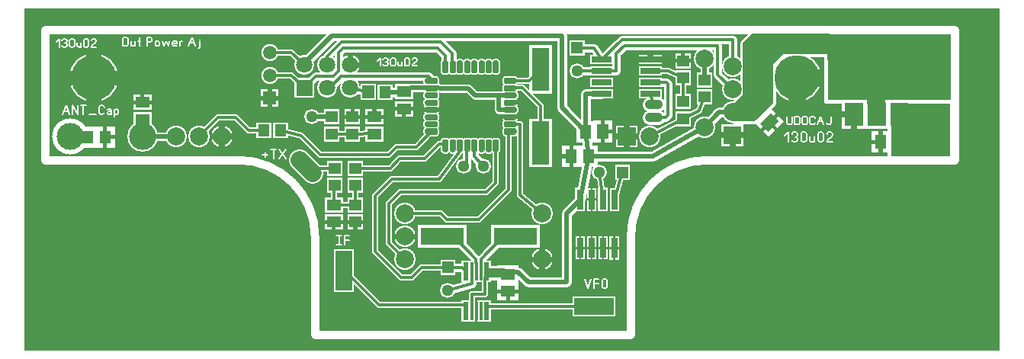
<source format=gbr>
%FSLAX34Y34*%
%MOMM*%
%LNCOPPER_TOP*%
G71*
G01*
%ADD10C, 5.400*%
%ADD11C, 2.400*%
%ADD12R, 3.300X2.200*%
%ADD13R, 2.800X3.300*%
%ADD14C, 2.000*%
%ADD15C, 0.900*%
%ADD16R, 2.600X1.100*%
%ADD17C, 1.600*%
%ADD18C, 0.400*%
%ADD19R, 0.900X0.900*%
%ADD20C, 0.700*%
%ADD21R, 1.000X2.400*%
%ADD22R, 0.700X2.400*%
%ADD23R, 5.400X2.500*%
%ADD24C, 1.100*%
%ADD25C, 1.680*%
%ADD26C, 0.500*%
%ADD27R, 2.000X1.700*%
%ADD28C, 2.200*%
%ADD29R, 1.700X1.800*%
%ADD30C, 4.000*%
%ADD31C, 3.400*%
%ADD32R, 2.100X2.400*%
%ADD33R, 1.800X1.700*%
%ADD34R, 2.300X2.400*%
%ADD35R, 2.400X2.100*%
%ADD36R, 2.500X5.400*%
%ADD37C, 0.175*%
%ADD38C, 2.400*%
%ADD39R, 2.300X4.800*%
%ADD40R, 4.800X2.300*%
%ADD41C, 0.159*%
%ADD42C, 0.191*%
%ADD43C, 1.900*%
%ADD44R, 5.200X3.000*%
%ADD45R, 1.100X2.600*%
%ADD46C, 1.280*%
%ADD47C, 1.667*%
%ADD48C, 0.667*%
%ADD49C, 0.649*%
%ADD50C, 0.300*%
%ADD51C, 0.433*%
%ADD52C, 0.600*%
%ADD53C, 0.233*%
%ADD54C, 0.245*%
%ADD55C, 5.000*%
%ADD56C, 2.000*%
%ADD57R, 2.000X2.500*%
%ADD58C, 0.100*%
%ADD59R, 2.200X0.700*%
%ADD60C, 1.000*%
%ADD61C, 0.000*%
%ADD62R, 0.500X0.500*%
%ADD63R, 0.600X2.000*%
%ADD64R, 0.300X2.000*%
%ADD65R, 4.800X1.900*%
%ADD66R, 1.600X1.300*%
%ADD67C, 1.800*%
%ADD68R, 1.300X1.400*%
%ADD69C, 3.000*%
%ADD70R, 1.300X1.600*%
%ADD71R, 1.400X1.300*%
%ADD72R, 1.900X4.800*%
%ADD73R, 1.900X4.400*%
%ADD74R, 4.400X1.900*%
%ADD75C, 1.500*%
%ADD76R, 0.700X2.200*%
%LPD*%
G36*
X-14287Y14684D02*
X1068713Y14684D01*
X1068713Y-365316D01*
X-14287Y-365316D01*
X-14287Y14684D01*
G37*
%LPC*%
X62707Y-62706D02*
G54D10*
D03*
X843757Y-62706D02*
G54D10*
D03*
G36*
X759922Y-138205D02*
X759922Y-114205D01*
X783922Y-114205D01*
X783922Y-138205D01*
X759922Y-138205D01*
G37*
X771923Y-100806D02*
G54D11*
D03*
X771923Y-75406D02*
G54D11*
D03*
X771923Y-50006D02*
G54D11*
D03*
X407988Y-213519D02*
G54D11*
D03*
X560388Y-213519D02*
G54D11*
D03*
X407988Y-238919D02*
G54D11*
D03*
X560388Y-264319D02*
G54D11*
D03*
X407988Y-264319D02*
G54D11*
D03*
X931969Y-45900D02*
G54D12*
D03*
X931969Y-103050D02*
G54D13*
D03*
G36*
X943369Y-86550D02*
X971369Y-86550D01*
X971369Y-119550D01*
X943369Y-119550D01*
X943369Y-86550D01*
G37*
X906569Y-103050D02*
G54D13*
D03*
G54D14*
X931969Y-103050D02*
X931863Y-79772D01*
G36*
X948027Y-148924D02*
X987317Y-148924D01*
X1013114Y-148924D01*
X1013114Y-90980D01*
X948027Y-90980D01*
X948027Y-148924D01*
G37*
G54D15*
X948027Y-148924D02*
X987317Y-148924D01*
X1013114Y-148924D01*
X1013114Y-90980D01*
X948027Y-90980D01*
X948027Y-148924D01*
X681038Y-80169D02*
G54D16*
D03*
X681038Y-67468D02*
G54D16*
D03*
X681038Y-54769D02*
G54D16*
D03*
X681037Y-42069D02*
G54D16*
D03*
X627038Y-42069D02*
G54D16*
D03*
X627038Y-54769D02*
G54D16*
D03*
X627038Y-67469D02*
G54D16*
D03*
X627038Y-80169D02*
G54D16*
D03*
G54D17*
X679610Y-92075D02*
X689610Y-92075D01*
G54D17*
X679610Y-106375D02*
X689610Y-106375D01*
G54D15*
X681038Y-67468D02*
X698501Y-67468D01*
X700485Y-69453D01*
X700485Y-103981D01*
X698104Y-106362D01*
X684610Y-106375D01*
G54D15*
X684866Y-91962D02*
X684610Y-92075D01*
G36*
X531919Y-122673D02*
X529919Y-124673D01*
X518919Y-124674D01*
X517919Y-123673D01*
X517920Y-119674D01*
X518920Y-118674D01*
X529920Y-118674D01*
X531919Y-120673D01*
X531919Y-122673D01*
G37*
G54D18*
X531919Y-122673D02*
X529919Y-124673D01*
X518919Y-124674D01*
X517919Y-123673D01*
X517920Y-119674D01*
X518920Y-118674D01*
X529920Y-118674D01*
X531919Y-120673D01*
X531919Y-122673D01*
G36*
X531919Y-114674D02*
X529919Y-116673D01*
X518919Y-116673D01*
X517919Y-115673D01*
X517919Y-111674D01*
X518919Y-110674D01*
X529919Y-110674D01*
X531920Y-112674D01*
X531919Y-114674D01*
G37*
G54D18*
X531919Y-114674D02*
X529919Y-116673D01*
X518919Y-116673D01*
X517919Y-115673D01*
X517919Y-111674D01*
X518919Y-110674D01*
X529919Y-110674D01*
X531920Y-112674D01*
X531919Y-114674D01*
X523420Y-121674D02*
G54D19*
D03*
X523420Y-113674D02*
G54D19*
D03*
G36*
X531919Y-106673D02*
X529919Y-108674D01*
X518919Y-108674D01*
X517920Y-107674D01*
X517919Y-103674D01*
X518919Y-102674D01*
X529920Y-102673D01*
X531919Y-104673D01*
X531919Y-106673D01*
G37*
G54D18*
X531919Y-106673D02*
X529919Y-108674D01*
X518919Y-108674D01*
X517920Y-107674D01*
X517919Y-103674D01*
X518919Y-102674D01*
X529920Y-102673D01*
X531919Y-104673D01*
X531919Y-106673D01*
G36*
X531919Y-98673D02*
X529919Y-100674D01*
X518919Y-100674D01*
X517919Y-99673D01*
X517920Y-95674D01*
X518919Y-94674D01*
X529920Y-94674D01*
X531919Y-96673D01*
X531919Y-98673D01*
G37*
G54D18*
X531919Y-98673D02*
X529919Y-100674D01*
X518919Y-100674D01*
X517919Y-99673D01*
X517920Y-95674D01*
X518919Y-94674D01*
X529920Y-94674D01*
X531919Y-96673D01*
X531919Y-98673D01*
X523419Y-105674D02*
G54D19*
D03*
X523419Y-97673D02*
G54D19*
D03*
G36*
X531920Y-90674D02*
X529919Y-92674D01*
X518919Y-92673D01*
X517919Y-91673D01*
X517919Y-87674D01*
X518919Y-86674D01*
X529919Y-86674D01*
X531919Y-88674D01*
X531920Y-90674D01*
G37*
G54D18*
X531920Y-90674D02*
X529919Y-92674D01*
X518919Y-92673D01*
X517919Y-91673D01*
X517919Y-87674D01*
X518919Y-86674D01*
X529919Y-86674D01*
X531919Y-88674D01*
X531920Y-90674D01*
G36*
X531920Y-82674D02*
X529919Y-84674D01*
X518920Y-84673D01*
X517920Y-83673D01*
X517919Y-79674D01*
X518920Y-78674D01*
X529919Y-78673D01*
X531919Y-80673D01*
X531920Y-82674D01*
G37*
G54D18*
X531920Y-82674D02*
X529919Y-84674D01*
X518920Y-84673D01*
X517920Y-83673D01*
X517919Y-79674D01*
X518920Y-78674D01*
X529919Y-78673D01*
X531919Y-80673D01*
X531920Y-82674D01*
X523420Y-89673D02*
G54D19*
D03*
X523419Y-81673D02*
G54D19*
D03*
G36*
X531919Y-74674D02*
X529919Y-76674D01*
X518919Y-76674D01*
X517919Y-75674D01*
X517920Y-71674D01*
X518920Y-70674D01*
X529919Y-70674D01*
X531919Y-72674D01*
X531919Y-74674D01*
G37*
G54D18*
X531919Y-74674D02*
X529919Y-76674D01*
X518919Y-76674D01*
X517919Y-75674D01*
X517920Y-71674D01*
X518920Y-70674D01*
X529919Y-70674D01*
X531919Y-72674D01*
X531919Y-74674D01*
G36*
X531919Y-66674D02*
X529919Y-68673D01*
X518919Y-68673D01*
X517919Y-67673D01*
X517919Y-63674D01*
X518919Y-62674D01*
X529920Y-62674D01*
X531919Y-64673D01*
X531919Y-66674D01*
G37*
G54D18*
X531919Y-66674D02*
X529919Y-68673D01*
X518919Y-68673D01*
X517919Y-67673D01*
X517919Y-63674D01*
X518919Y-62674D01*
X529920Y-62674D01*
X531919Y-64673D01*
X531919Y-66674D01*
X523419Y-73674D02*
G54D19*
D03*
X523419Y-65674D02*
G54D19*
D03*
G36*
X451919Y-144674D02*
X449919Y-142673D01*
X449919Y-131674D01*
X450919Y-130673D01*
X454919Y-130674D01*
X455919Y-131673D01*
X455920Y-142673D01*
X453920Y-144674D01*
X451919Y-144674D01*
G37*
G54D18*
X451919Y-144674D02*
X449919Y-142673D01*
X449919Y-131674D01*
X450919Y-130673D01*
X454919Y-130674D01*
X455919Y-131673D01*
X455920Y-142673D01*
X453920Y-144674D01*
X451919Y-144674D01*
G36*
X459919Y-144674D02*
X457919Y-142673D01*
X457919Y-131673D01*
X458919Y-130673D01*
X462920Y-130673D01*
X463919Y-131674D01*
X463919Y-142674D01*
X461919Y-144674D01*
X459919Y-144674D01*
G37*
G54D18*
X459919Y-144674D02*
X457919Y-142673D01*
X457919Y-131673D01*
X458919Y-130673D01*
X462920Y-130673D01*
X463919Y-131674D01*
X463919Y-142674D01*
X461919Y-144674D01*
X459919Y-144674D01*
X452919Y-136173D02*
G54D19*
D03*
X460919Y-136173D02*
G54D19*
D03*
G36*
X467919Y-144674D02*
X465919Y-142673D01*
X465920Y-131673D01*
X466919Y-130673D01*
X470920Y-130674D01*
X471919Y-131674D01*
X471919Y-142674D01*
X469919Y-144673D01*
X467919Y-144674D01*
G37*
G54D18*
X467919Y-144674D02*
X465919Y-142673D01*
X465920Y-131673D01*
X466919Y-130673D01*
X470920Y-130674D01*
X471919Y-131674D01*
X471919Y-142674D01*
X469919Y-144673D01*
X467919Y-144674D01*
G36*
X475919Y-144674D02*
X473919Y-142673D01*
X473920Y-131673D01*
X474919Y-130673D01*
X478919Y-130673D01*
X479920Y-131673D01*
X479919Y-142673D01*
X477919Y-144674D01*
X475919Y-144674D01*
G37*
G54D18*
X475919Y-144674D02*
X473919Y-142673D01*
X473920Y-131673D01*
X474919Y-130673D01*
X478919Y-130673D01*
X479920Y-131673D01*
X479919Y-142673D01*
X477919Y-144674D01*
X475919Y-144674D01*
X468919Y-136173D02*
G54D19*
D03*
X476919Y-136174D02*
G54D19*
D03*
G36*
X483919Y-144674D02*
X481919Y-142674D01*
X481920Y-131673D01*
X482919Y-130673D01*
X486920Y-130673D01*
X487920Y-131674D01*
X487919Y-142674D01*
X485919Y-144674D01*
X483919Y-144674D01*
G37*
G54D18*
X483919Y-144674D02*
X481919Y-142674D01*
X481920Y-131673D01*
X482919Y-130673D01*
X486920Y-130673D01*
X487920Y-131674D01*
X487919Y-142674D01*
X485919Y-144674D01*
X483919Y-144674D01*
G36*
X491919Y-144673D02*
X489919Y-142673D01*
X489919Y-131673D01*
X490920Y-130673D01*
X494920Y-130674D01*
X495919Y-131674D01*
X495919Y-142673D01*
X493920Y-144673D01*
X491919Y-144673D01*
G37*
G54D18*
X491919Y-144673D02*
X489919Y-142673D01*
X489919Y-131673D01*
X490920Y-130673D01*
X494920Y-130674D01*
X495919Y-131674D01*
X495919Y-142673D01*
X493920Y-144673D01*
X491919Y-144673D01*
X484920Y-136174D02*
G54D19*
D03*
X492920Y-136174D02*
G54D19*
D03*
G36*
X499920Y-144674D02*
X497919Y-142673D01*
X497919Y-131674D01*
X498919Y-130674D01*
X502919Y-130673D01*
X503919Y-131674D01*
X503919Y-142673D01*
X501919Y-144674D01*
X499920Y-144674D01*
G37*
G54D18*
X499920Y-144674D02*
X497919Y-142673D01*
X497919Y-131674D01*
X498919Y-130674D01*
X502919Y-130673D01*
X503919Y-131674D01*
X503919Y-142673D01*
X501919Y-144674D01*
X499920Y-144674D01*
G36*
X507919Y-144674D02*
X505919Y-142674D01*
X505920Y-131674D01*
X506920Y-130674D01*
X510919Y-130673D01*
X511919Y-131674D01*
X511919Y-142674D01*
X509919Y-144674D01*
X507919Y-144674D01*
G37*
G54D18*
X507919Y-144674D02*
X505919Y-142674D01*
X505920Y-131674D01*
X506920Y-130674D01*
X510919Y-130673D01*
X511919Y-131674D01*
X511919Y-142674D01*
X509919Y-144674D01*
X507919Y-144674D01*
X500919Y-136174D02*
G54D19*
D03*
X508919Y-136173D02*
G54D19*
D03*
G36*
X429919Y-64673D02*
X431919Y-62674D01*
X442919Y-62674D01*
X443919Y-63674D01*
X443919Y-67674D01*
X442920Y-68673D01*
X431919Y-68674D01*
X429920Y-66674D01*
X429919Y-64673D01*
G37*
G54D18*
X429919Y-64673D02*
X431919Y-62674D01*
X442919Y-62674D01*
X443919Y-63674D01*
X443919Y-67674D01*
X442920Y-68673D01*
X431919Y-68674D01*
X429920Y-66674D01*
X429919Y-64673D01*
G36*
X429920Y-72674D02*
X431919Y-70673D01*
X442919Y-70674D01*
X443920Y-71674D01*
X443919Y-75674D01*
X442920Y-76673D01*
X431920Y-76673D01*
X429920Y-74673D01*
X429920Y-72674D01*
G37*
G54D18*
X429920Y-72674D02*
X431919Y-70673D01*
X442919Y-70674D01*
X443920Y-71674D01*
X443919Y-75674D01*
X442920Y-76673D01*
X431920Y-76673D01*
X429920Y-74673D01*
X429920Y-72674D01*
G36*
X433919Y-61174D02*
X442919Y-61173D01*
X442920Y-70173D01*
X433920Y-70174D01*
X433919Y-61174D01*
G37*
G36*
X433919Y-69174D02*
X442919Y-69173D01*
X442920Y-78173D01*
X433920Y-78174D01*
X433919Y-69174D01*
G37*
G36*
X429919Y-80674D02*
X431919Y-78674D01*
X442919Y-78674D01*
X443919Y-79674D01*
X443919Y-83673D01*
X442919Y-84674D01*
X431919Y-84674D01*
X429919Y-82673D01*
X429919Y-80674D01*
G37*
G54D18*
X429919Y-80674D02*
X431919Y-78674D01*
X442919Y-78674D01*
X443919Y-79674D01*
X443919Y-83673D01*
X442919Y-84674D01*
X431919Y-84674D01*
X429919Y-82673D01*
X429919Y-80674D01*
G36*
X429920Y-88673D02*
X431919Y-86674D01*
X442919Y-86674D01*
X443919Y-87674D01*
X443919Y-91674D01*
X442920Y-92673D01*
X431919Y-92674D01*
X429920Y-90674D01*
X429920Y-88673D01*
G37*
G54D18*
X429920Y-88673D02*
X431919Y-86674D01*
X442919Y-86674D01*
X443919Y-87674D01*
X443919Y-91674D01*
X442920Y-92673D01*
X431919Y-92674D01*
X429920Y-90674D01*
X429920Y-88673D01*
X438420Y-81674D02*
G54D19*
D03*
X438419Y-89674D02*
G54D19*
D03*
G36*
X429920Y-96674D02*
X431919Y-94673D01*
X442919Y-94673D01*
X443919Y-95673D01*
X443920Y-99674D01*
X442919Y-100674D01*
X431919Y-100673D01*
X429920Y-98674D01*
X429920Y-96674D01*
G37*
G54D18*
X429920Y-96674D02*
X431919Y-94673D01*
X442919Y-94673D01*
X443919Y-95673D01*
X443920Y-99674D01*
X442919Y-100674D01*
X431919Y-100673D01*
X429920Y-98674D01*
X429920Y-96674D01*
G36*
X429919Y-104674D02*
X431919Y-102674D01*
X442919Y-102674D01*
X443919Y-103674D01*
X443919Y-107673D01*
X442919Y-108674D01*
X431919Y-108674D01*
X429919Y-106673D01*
X429919Y-104674D01*
G37*
G54D18*
X429919Y-104674D02*
X431919Y-102674D01*
X442919Y-102674D01*
X443919Y-103674D01*
X443919Y-107673D01*
X442919Y-108674D01*
X431919Y-108674D01*
X429919Y-106673D01*
X429919Y-104674D01*
X438419Y-97673D02*
G54D19*
D03*
X438419Y-105673D02*
G54D19*
D03*
G36*
X429920Y-112674D02*
X431919Y-110673D01*
X442919Y-110674D01*
X443919Y-111674D01*
X443919Y-115673D01*
X442920Y-116673D01*
X431919Y-116673D01*
X429919Y-114674D01*
X429920Y-112674D01*
G37*
G54D18*
X429920Y-112674D02*
X431919Y-110673D01*
X442919Y-110674D01*
X443919Y-111674D01*
X443919Y-115673D01*
X442920Y-116673D01*
X431919Y-116673D01*
X429919Y-114674D01*
X429920Y-112674D01*
G36*
X429920Y-120674D02*
X431919Y-118673D01*
X442919Y-118674D01*
X443919Y-119673D01*
X443919Y-123673D01*
X442920Y-124673D01*
X431919Y-124674D01*
X429920Y-122673D01*
X429920Y-120674D01*
G37*
G54D18*
X429920Y-120674D02*
X431919Y-118673D01*
X442919Y-118674D01*
X443919Y-119673D01*
X443919Y-123673D01*
X442920Y-124673D01*
X431919Y-124674D01*
X429920Y-122673D01*
X429920Y-120674D01*
G36*
X433919Y-109174D02*
X442919Y-109174D01*
X442919Y-118174D01*
X433919Y-118174D01*
X433919Y-109174D01*
G37*
X438419Y-121673D02*
G54D19*
D03*
G36*
X509919Y-42674D02*
X511919Y-44674D01*
X511919Y-55673D01*
X510919Y-56673D01*
X506919Y-56673D01*
X505919Y-55673D01*
X505919Y-44673D01*
X507919Y-42674D01*
X509919Y-42674D01*
G37*
G54D18*
X509919Y-42674D02*
X511919Y-44674D01*
X511919Y-55673D01*
X510919Y-56673D01*
X506919Y-56673D01*
X505919Y-55673D01*
X505919Y-44673D01*
X507919Y-42674D01*
X509919Y-42674D01*
G36*
X501920Y-42674D02*
X503919Y-44674D01*
X503919Y-55673D01*
X502920Y-56674D01*
X498919Y-56673D01*
X497919Y-55673D01*
X497919Y-44673D01*
X499920Y-42673D01*
X501920Y-42674D01*
G37*
G54D18*
X501920Y-42674D02*
X503919Y-44674D01*
X503919Y-55673D01*
X502920Y-56674D01*
X498919Y-56673D01*
X497919Y-55673D01*
X497919Y-44673D01*
X499920Y-42673D01*
X501920Y-42674D01*
X508920Y-51174D02*
G54D19*
D03*
X500920Y-51174D02*
G54D19*
D03*
G36*
X493920Y-42673D02*
X495919Y-44673D01*
X495919Y-55674D01*
X494919Y-56674D01*
X490920Y-56673D01*
X489920Y-55674D01*
X489919Y-44674D01*
X491919Y-42674D01*
X493920Y-42673D01*
G37*
G54D18*
X493920Y-42673D02*
X495919Y-44673D01*
X495919Y-55674D01*
X494919Y-56674D01*
X490920Y-56673D01*
X489920Y-55674D01*
X489919Y-44674D01*
X491919Y-42674D01*
X493920Y-42673D01*
G36*
X485920Y-42674D02*
X487919Y-44674D01*
X487919Y-55674D01*
X486920Y-56673D01*
X482919Y-56674D01*
X481919Y-55673D01*
X481920Y-44673D01*
X483919Y-42674D01*
X485920Y-42674D01*
G37*
G54D18*
X485920Y-42674D02*
X487919Y-44674D01*
X487919Y-55674D01*
X486920Y-56673D01*
X482919Y-56674D01*
X481919Y-55673D01*
X481920Y-44673D01*
X483919Y-42674D01*
X485920Y-42674D01*
X492919Y-51173D02*
G54D19*
D03*
X484919Y-51174D02*
G54D19*
D03*
G36*
X477919Y-42674D02*
X479920Y-44674D01*
X479920Y-55674D01*
X478919Y-56674D01*
X474919Y-56673D01*
X473919Y-55674D01*
X473919Y-44674D01*
X475919Y-42674D01*
X477919Y-42674D01*
G37*
G54D18*
X477919Y-42674D02*
X479920Y-44674D01*
X479920Y-55674D01*
X478919Y-56674D01*
X474919Y-56673D01*
X473919Y-55674D01*
X473919Y-44674D01*
X475919Y-42674D01*
X477919Y-42674D01*
G36*
X469920Y-42674D02*
X471919Y-44673D01*
X471919Y-55673D01*
X470919Y-56673D01*
X466920Y-56673D01*
X465919Y-55674D01*
X465919Y-44674D01*
X467920Y-42674D01*
X469920Y-42674D01*
G37*
G54D18*
X469920Y-42674D02*
X471919Y-44673D01*
X471919Y-55673D01*
X470919Y-56673D01*
X466920Y-56673D01*
X465919Y-55674D01*
X465919Y-44674D01*
X467920Y-42674D01*
X469920Y-42674D01*
X476919Y-51173D02*
G54D19*
D03*
X468919Y-51173D02*
G54D19*
D03*
G36*
X461919Y-42674D02*
X463919Y-44674D01*
X463919Y-55673D01*
X462920Y-56673D01*
X458919Y-56674D01*
X457919Y-55673D01*
X457920Y-44673D01*
X459919Y-42674D01*
X461919Y-42674D01*
G37*
G54D18*
X461919Y-42674D02*
X463919Y-44674D01*
X463919Y-55673D01*
X462920Y-56673D01*
X458919Y-56674D01*
X457919Y-55673D01*
X457920Y-44673D01*
X459919Y-42674D01*
X461919Y-42674D01*
G36*
X453920Y-42674D02*
X455919Y-44674D01*
X455919Y-55674D01*
X454919Y-56673D01*
X450919Y-56674D01*
X449919Y-55674D01*
X449919Y-44674D01*
X451919Y-42673D01*
X453920Y-42674D01*
G37*
G54D18*
X453920Y-42674D02*
X455919Y-44674D01*
X455919Y-55674D01*
X454919Y-56673D01*
X450919Y-56674D01*
X449919Y-55674D01*
X449919Y-44674D01*
X451919Y-42673D01*
X453920Y-42674D01*
X460920Y-51174D02*
G54D19*
D03*
X452920Y-51174D02*
G54D19*
D03*
G54D20*
X482408Y-311987D02*
X482408Y-302859D01*
X497489Y-302859D01*
X497489Y-284206D01*
X499077Y-321513D02*
G54D21*
D03*
X492490Y-321512D02*
G54D22*
D03*
X487490Y-321512D02*
G54D22*
D03*
X482489Y-321512D02*
G54D22*
D03*
X492489Y-277512D02*
G54D22*
D03*
X487490Y-277512D02*
G54D22*
D03*
X482490Y-277512D02*
G54D22*
D03*
X476058Y-321513D02*
G54D21*
D03*
X499077Y-277459D02*
G54D21*
D03*
X476058Y-277459D02*
G54D21*
D03*
X531298Y-238600D02*
G54D23*
D03*
X449542Y-238599D02*
G54D23*
D03*
G54D15*
X681038Y-80169D02*
X684610Y-92075D01*
G54D24*
X499191Y-277001D02*
X518241Y-277001D01*
G54D15*
X627038Y-54769D02*
X642938Y-54769D01*
X642938Y-35322D01*
X651670Y-26590D01*
X755254Y-26590D01*
X755254Y-58737D01*
X771923Y-75406D01*
G54D15*
X771923Y-50006D02*
X771923Y-19843D01*
X649288Y-19843D01*
X627038Y-42069D01*
G54D15*
X456010Y-273050D02*
X471649Y-273050D01*
X476058Y-277459D01*
G54D15*
X482601Y-286940D02*
X482601Y-290909D01*
X456010Y-298450D01*
G54D15*
X449542Y-238599D02*
X462438Y-238599D01*
X487363Y-263525D01*
X487363Y-268287D01*
G54D15*
X492523Y-268287D02*
X492523Y-263922D01*
X516732Y-239712D01*
G54D15*
X476919Y-136174D02*
X476919Y-162051D01*
X473473Y-160337D01*
G36*
X447610Y-264650D02*
X464410Y-264650D01*
X464410Y-281450D01*
X447610Y-281450D01*
X447610Y-264650D01*
G37*
X456010Y-298450D02*
G54D25*
D03*
G54D20*
X508919Y-136173D02*
X509316Y-178865D01*
X498873Y-189309D01*
X402829Y-189309D01*
X390128Y-202009D01*
X390129Y-246461D01*
X407988Y-264319D01*
G54D20*
X407988Y-213519D02*
X448074Y-213519D01*
X454423Y-219868D01*
X490538Y-219868D01*
X523479Y-186928D01*
X523479Y-121733D01*
X523420Y-121674D01*
G54D20*
X560388Y-213519D02*
X536179Y-192484D01*
X536179Y-113903D01*
X523649Y-113903D01*
X523420Y-113674D01*
G36*
X607670Y-37697D02*
X590870Y-37697D01*
X590870Y-20897D01*
X607670Y-20897D01*
X607670Y-37697D01*
G37*
X599270Y-54697D02*
G54D25*
D03*
G54D15*
X627038Y-54769D02*
X599270Y-54697D01*
G54D15*
X627038Y-42069D02*
X617935Y-28972D01*
X599596Y-28972D01*
G54D15*
X407170Y-78208D02*
X415004Y-73674D01*
X478090Y-74070D01*
X485776Y-81756D01*
X523105Y-81756D01*
G54D15*
X512366Y-81756D02*
X512366Y-97631D01*
X524273Y-97631D01*
G54D26*
X536179Y-89693D02*
X523420Y-89673D01*
G54D26*
X536973Y-105965D02*
X524273Y-105965D01*
X512366Y-105965D01*
G54D26*
X450057Y-98028D02*
X437357Y-98028D01*
X425451Y-98028D01*
G54D24*
X627038Y-80169D02*
X608807Y-80168D01*
X608808Y-122237D01*
X407170Y-77812D02*
G54D27*
D03*
X407170Y-96811D02*
G54D27*
D03*
G54D24*
X516262Y-278106D02*
X533695Y-278106D01*
X545307Y-289718D01*
X587376Y-289718D01*
X587376Y-213122D01*
X602854Y-197618D01*
X611983Y-149621D01*
X608808Y-122237D01*
G54D24*
X771923Y-100806D02*
X756841Y-100806D01*
X740644Y-117340D01*
X720726Y-128190D01*
X683420Y-149622D01*
X611983Y-149621D01*
G36*
X285717Y-62758D02*
X307717Y-62758D01*
X307717Y-84758D01*
X285717Y-84758D01*
X285717Y-62758D01*
G37*
X296717Y-48358D02*
G54D28*
D03*
X322117Y-73758D02*
G54D28*
D03*
X322117Y-48358D02*
G54D28*
D03*
X347517Y-73758D02*
G54D28*
D03*
X347518Y-48358D02*
G54D28*
D03*
X495697Y-160337D02*
G54D25*
D03*
G54D15*
X484920Y-136174D02*
X484920Y-149956D01*
X495697Y-160337D01*
G54D15*
X452920Y-51174D02*
X453209Y-37680D01*
X444898Y-29368D01*
X339726Y-29368D01*
X334963Y-34131D01*
X334963Y-54372D01*
X328216Y-61118D01*
X309357Y-61118D01*
X296717Y-73758D01*
G54D15*
X322117Y-48358D02*
X322117Y-38642D01*
X338138Y-22622D01*
X448073Y-22622D01*
X460773Y-35322D01*
X460920Y-51174D01*
G54D15*
X322117Y-73758D02*
X328216Y-70246D01*
X336948Y-61118D01*
X434261Y-61118D01*
X438419Y-65277D01*
G54D24*
X296717Y-48358D02*
X296717Y-46183D01*
X327026Y-15875D01*
X582216Y-15875D01*
X582216Y-95646D01*
X608808Y-122237D01*
G36*
X359057Y-69185D02*
X376057Y-69185D01*
X376057Y-87185D01*
X359057Y-87185D01*
X359057Y-69185D01*
G37*
X386557Y-78185D02*
G54D29*
D03*
G54D15*
X347517Y-73758D02*
X367557Y-78185D01*
G54D24*
X386557Y-78185D02*
X406772Y-78210D01*
X407170Y-77812D01*
G54D15*
X1017985Y-8732D02*
X8335Y-8732D01*
G54D15*
X1018382Y-153988D02*
X744141Y-153919D01*
G54D15*
X1018382Y-8731D02*
X1018382Y-153988D01*
G54D15*
G75*
G01X744141Y-153919D02*
G03X659141Y-238919I0J-85000D01*
G01*
G54D15*
X659210Y-238919D02*
X659210Y-347663D01*
G54D15*
X659210Y-347663D02*
X308441Y-347663D01*
G54D15*
G75*
G01X308441Y-238919D02*
G03X223441Y-153919I-85000J0D01*
G01*
G54D15*
X308441Y-238919D02*
X308441Y-347663D01*
G54D15*
X8335Y-8732D02*
X8335Y-153988D01*
G54D15*
X8335Y-153988D02*
X223372Y-153988D01*
X223441Y-153919D01*
X36682Y-127793D02*
G54D30*
D03*
X116682Y-127793D02*
G54D31*
D03*
X154385Y-127793D02*
G54D11*
D03*
X179785Y-127793D02*
G54D11*
D03*
X205186Y-127793D02*
G54D11*
D03*
X116659Y-108718D02*
G54D27*
D03*
X116659Y-89718D02*
G54D27*
D03*
G54D15*
X116682Y-127793D02*
X154385Y-127793D01*
X608808Y-122237D02*
G54D32*
D03*
G36*
X617307Y-110237D02*
X638307Y-110237D01*
X638308Y-134237D01*
X617308Y-134237D01*
X617307Y-110237D01*
G37*
G36*
X800771Y-82544D02*
X815620Y-97393D01*
X798650Y-114364D01*
X783800Y-99515D01*
X800771Y-82544D01*
G37*
G36*
X814206Y-95979D02*
X829055Y-110829D01*
X812084Y-127799D01*
X797235Y-112950D01*
X814206Y-95979D01*
G37*
X955561Y-133905D02*
G54D32*
D03*
X936562Y-133905D02*
G54D32*
D03*
G36*
X666523Y-115658D02*
X666523Y-139658D01*
X642523Y-139658D01*
X642523Y-115658D01*
X666523Y-115658D01*
G37*
X679923Y-127659D02*
G54D11*
D03*
G54D20*
X270618Y-121046D02*
X293291Y-127000D01*
X314326Y-148034D01*
X390129Y-148034D01*
X398860Y-139303D01*
X420688Y-139303D01*
X438151Y-121840D01*
X270618Y-121046D02*
G54D29*
D03*
X251618Y-121046D02*
G54D29*
D03*
X473473Y-160337D02*
G54D25*
D03*
G54D20*
X456010Y-273050D02*
X427038Y-273050D01*
X415926Y-284162D01*
X404020Y-284162D01*
X375444Y-255587D01*
X375444Y-193675D01*
X394098Y-175022D01*
X446486Y-175022D01*
X468709Y-145256D01*
X468919Y-136173D01*
X327123Y-124870D02*
G54D33*
D03*
X327123Y-105870D02*
G54D33*
D03*
X56357Y-128190D02*
G54D34*
D03*
X75357Y-128190D02*
G54D34*
D03*
X350140Y-124921D02*
G54D33*
D03*
X350140Y-105922D02*
G54D33*
D03*
G54D20*
X373953Y-124523D02*
X350140Y-124921D01*
X327123Y-124870D01*
X353194Y-182141D02*
G54D33*
D03*
X353194Y-163141D02*
G54D33*
D03*
X522661Y-280615D02*
G54D35*
D03*
X522661Y-299614D02*
G54D35*
D03*
G54D24*
X499191Y-281764D02*
X518241Y-281764D01*
G36*
X546592Y-107838D02*
X571592Y-107837D01*
X571593Y-161837D01*
X546593Y-161838D01*
X546592Y-107838D01*
G37*
X559092Y-53081D02*
G54D36*
D03*
G54D20*
X523419Y-65674D02*
X546500Y-65674D01*
X559092Y-53081D01*
G54D20*
X523419Y-73674D02*
X538812Y-73674D01*
X559198Y-94059D01*
X559198Y-134732D01*
X559092Y-134838D01*
X374349Y-124920D02*
G54D27*
D03*
X374349Y-105921D02*
G54D27*
D03*
X611983Y-149621D02*
G54D32*
D03*
X592983Y-149621D02*
G54D32*
D03*
G54D37*
X28354Y-102950D02*
X32020Y-93172D01*
X35687Y-102950D01*
G54D37*
X29820Y-99283D02*
X34220Y-99283D01*
G54D37*
X39108Y-102950D02*
X39108Y-93172D01*
X44975Y-102950D01*
X44975Y-93172D01*
G54D37*
X51331Y-102950D02*
X51331Y-93172D01*
G54D37*
X48398Y-93172D02*
X54264Y-93172D01*
G54D37*
X57686Y-102950D02*
X65020Y-102950D01*
G54D37*
X74308Y-101116D02*
X73575Y-102339D01*
X72108Y-102950D01*
X70642Y-102950D01*
X69175Y-102339D01*
X68442Y-101116D01*
X68442Y-95005D01*
X69175Y-93783D01*
X70642Y-93172D01*
X72108Y-93172D01*
X73575Y-93783D01*
X74308Y-95005D01*
G54D37*
X77730Y-98061D02*
X79197Y-97450D01*
X80957Y-97450D01*
X82130Y-98672D01*
X82130Y-102950D01*
G54D37*
X82130Y-101116D02*
X81397Y-99894D01*
X79930Y-99650D01*
X78464Y-99894D01*
X77730Y-101116D01*
X78024Y-102339D01*
X79197Y-102950D01*
X79930Y-102950D01*
X80224Y-102950D01*
X81397Y-102339D01*
X82130Y-101116D01*
G54D37*
X85552Y-97450D02*
X85552Y-105394D01*
G54D37*
X85552Y-101116D02*
X86286Y-102705D01*
X87752Y-102950D01*
X89219Y-102705D01*
X89952Y-101483D01*
X89952Y-99039D01*
X89219Y-97816D01*
X87752Y-97450D01*
X86286Y-97816D01*
X85552Y-99283D01*
G54D37*
X100498Y-19202D02*
X100498Y-25313D01*
X99765Y-26536D01*
X98298Y-27147D01*
X96832Y-27147D01*
X95365Y-26536D01*
X94632Y-25313D01*
X94632Y-19202D01*
X95365Y-17980D01*
X96832Y-17369D01*
X98298Y-17369D01*
X99765Y-17980D01*
X100498Y-19202D01*
G54D37*
X108321Y-21647D02*
X108321Y-27147D01*
G54D37*
X108321Y-25924D02*
X107587Y-26902D01*
X106121Y-27147D01*
X104654Y-26902D01*
X103921Y-25924D01*
X103921Y-21647D01*
G54D37*
X113209Y-17369D02*
X113209Y-26536D01*
X113943Y-27147D01*
X114676Y-26902D01*
G54D37*
X111743Y-21647D02*
X114676Y-21647D01*
G54D37*
X121667Y-27147D02*
X121667Y-17369D01*
X125333Y-17369D01*
X126800Y-17980D01*
X127533Y-19202D01*
X127533Y-20424D01*
X126800Y-21647D01*
X125333Y-22258D01*
X121667Y-22258D01*
G54D37*
X135356Y-25680D02*
X135356Y-23236D01*
X134622Y-22013D01*
X133156Y-21647D01*
X131689Y-22013D01*
X130956Y-23236D01*
X130956Y-25680D01*
X131689Y-26902D01*
X133156Y-27147D01*
X134622Y-26902D01*
X135356Y-25680D01*
G54D37*
X138778Y-21647D02*
X140978Y-27147D01*
X143178Y-21647D01*
X145378Y-27147D01*
X146844Y-21647D01*
G54D37*
X154667Y-26536D02*
X153493Y-27147D01*
X152027Y-27147D01*
X150560Y-26536D01*
X150267Y-25313D01*
X150267Y-23236D01*
X151000Y-22013D01*
X152467Y-21647D01*
X153933Y-22013D01*
X154667Y-22869D01*
X154667Y-24091D01*
X150267Y-24091D01*
G54D37*
X158089Y-27147D02*
X158089Y-21647D01*
G54D37*
X158089Y-22869D02*
X159555Y-21647D01*
X161022Y-21647D01*
G54D37*
X168013Y-27147D02*
X171679Y-17369D01*
X175346Y-27147D01*
G54D37*
X169479Y-23480D02*
X173879Y-23480D01*
G54D37*
X180234Y-19813D02*
X180234Y-19813D01*
G54D37*
X178768Y-29591D02*
X179501Y-29591D01*
X180234Y-28613D01*
X180234Y-21647D01*
G54D38*
X305521Y-168202D02*
X291379Y-154060D01*
X330203Y-163116D02*
G54D33*
D03*
X330203Y-182115D02*
G54D33*
D03*
X353220Y-203648D02*
G54D33*
D03*
X353220Y-222647D02*
G54D33*
D03*
X329407Y-203647D02*
G54D27*
D03*
X329407Y-222646D02*
G54D27*
D03*
G54D37*
X250207Y-147884D02*
X256073Y-147884D01*
G54D37*
X253140Y-145440D02*
X253140Y-150329D01*
G54D37*
X262429Y-152162D02*
X262429Y-142384D01*
G54D37*
X259496Y-142384D02*
X265362Y-142384D01*
G54D37*
X268785Y-142384D02*
X276118Y-152162D01*
G54D37*
X268785Y-152162D02*
X276118Y-142384D01*
X1004491Y-103187D02*
G54D25*
D03*
X305197Y-105568D02*
G54D25*
D03*
G54D20*
X353220Y-203648D02*
X353194Y-182141D01*
G54D20*
X353220Y-203648D02*
X329777Y-204016D01*
X329407Y-203647D01*
X329412Y-182906D01*
X330203Y-182116D01*
G54D20*
X330203Y-163115D02*
X305594Y-163116D01*
G54D15*
X305197Y-105568D02*
X327122Y-105870D01*
X340123Y-276622D02*
G54D39*
D03*
G54D20*
X476251Y-315118D02*
X379810Y-315118D01*
X340123Y-275431D01*
X617935Y-316706D02*
G54D40*
D03*
G54D20*
X499270Y-316706D02*
X617538Y-316706D01*
X619126Y-318293D01*
G54D20*
X353194Y-163090D02*
X391716Y-163115D01*
X402432Y-152400D01*
X430213Y-152400D01*
X446485Y-136128D01*
X452919Y-136173D01*
G54D20*
X251618Y-121046D02*
X234951Y-121046D01*
X220663Y-106759D01*
X200820Y-106759D01*
X179785Y-127793D01*
G54D41*
X21035Y-22622D02*
X24368Y-19289D01*
X24368Y-28178D01*
G54D41*
X27479Y-20956D02*
X28146Y-19844D01*
X29479Y-19289D01*
X30812Y-19289D01*
X32146Y-19844D01*
X32812Y-20956D01*
X32812Y-22067D01*
X32146Y-23178D01*
X30812Y-23733D01*
X32146Y-24289D01*
X32812Y-25400D01*
X32812Y-26511D01*
X32146Y-27622D01*
X30812Y-28178D01*
X29479Y-28178D01*
X28146Y-27622D01*
X27479Y-26511D01*
G54D41*
X41256Y-20956D02*
X41256Y-26511D01*
X40590Y-27622D01*
X39256Y-28178D01*
X37923Y-28178D01*
X36590Y-27622D01*
X35923Y-26511D01*
X35923Y-20956D01*
X36590Y-19844D01*
X37923Y-19289D01*
X39256Y-19289D01*
X40590Y-19844D01*
X41256Y-20956D01*
G54D41*
X48367Y-23178D02*
X48367Y-28178D01*
G54D41*
X48367Y-27067D02*
X47700Y-27956D01*
X46367Y-28178D01*
X45034Y-27956D01*
X44367Y-27067D01*
X44367Y-23178D01*
G54D41*
X56812Y-20956D02*
X56812Y-26511D01*
X56145Y-27622D01*
X54812Y-28178D01*
X53478Y-28178D01*
X52145Y-27622D01*
X51478Y-26511D01*
X51478Y-20956D01*
X52145Y-19844D01*
X53478Y-19289D01*
X54812Y-19289D01*
X56145Y-19844D01*
X56812Y-20956D01*
G54D41*
X65256Y-28178D02*
X59922Y-28178D01*
X59922Y-27622D01*
X60589Y-26511D01*
X64589Y-23178D01*
X65256Y-22067D01*
X65256Y-20956D01*
X64589Y-19844D01*
X63256Y-19289D01*
X61922Y-19289D01*
X60589Y-19844D01*
X59922Y-20956D01*
G54D41*
X377429Y-43657D02*
X380762Y-40323D01*
X380762Y-49212D01*
G54D41*
X383873Y-41990D02*
X384540Y-40879D01*
X385873Y-40323D01*
X387206Y-40323D01*
X388540Y-40879D01*
X389206Y-41990D01*
X389206Y-43101D01*
X388540Y-44212D01*
X387206Y-44768D01*
X388540Y-45323D01*
X389206Y-46434D01*
X389206Y-47545D01*
X388540Y-48657D01*
X387206Y-49212D01*
X385873Y-49212D01*
X384540Y-48657D01*
X383873Y-47545D01*
G54D41*
X397650Y-41990D02*
X397650Y-47545D01*
X396984Y-48657D01*
X395650Y-49212D01*
X394317Y-49212D01*
X392984Y-48657D01*
X392317Y-47545D01*
X392317Y-41990D01*
X392984Y-40879D01*
X394317Y-40323D01*
X395650Y-40323D01*
X396984Y-40879D01*
X397650Y-41990D01*
G54D41*
X404761Y-44212D02*
X404761Y-49212D01*
G54D41*
X404761Y-48101D02*
X404094Y-48990D01*
X402761Y-49212D01*
X401428Y-48990D01*
X400761Y-48101D01*
X400761Y-44212D01*
G54D41*
X413205Y-41990D02*
X413205Y-47545D01*
X412538Y-48657D01*
X411205Y-49212D01*
X409872Y-49212D01*
X408538Y-48657D01*
X407872Y-47545D01*
X407872Y-41990D01*
X408538Y-40879D01*
X409872Y-40323D01*
X411205Y-40323D01*
X412538Y-40879D01*
X413205Y-41990D01*
G54D41*
X421649Y-49212D02*
X416316Y-49212D01*
X416316Y-48657D01*
X416983Y-47545D01*
X420983Y-44212D01*
X421649Y-43101D01*
X421649Y-41990D01*
X420983Y-40879D01*
X419649Y-40323D01*
X418316Y-40323D01*
X416983Y-40879D01*
X416316Y-41990D01*
G54D42*
X830205Y-126778D02*
X834205Y-122778D01*
X834205Y-133445D01*
G54D42*
X837938Y-124778D02*
X838738Y-123445D01*
X840338Y-122778D01*
X841938Y-122778D01*
X843538Y-123445D01*
X844338Y-124778D01*
X844338Y-126112D01*
X843538Y-127445D01*
X841938Y-128112D01*
X843538Y-128778D01*
X844338Y-130112D01*
X844338Y-131445D01*
X843538Y-132778D01*
X841938Y-133445D01*
X840338Y-133445D01*
X838738Y-132778D01*
X837938Y-131445D01*
G54D42*
X854471Y-124778D02*
X854471Y-131445D01*
X853671Y-132778D01*
X852071Y-133445D01*
X850471Y-133445D01*
X848871Y-132778D01*
X848071Y-131445D01*
X848071Y-124778D01*
X848871Y-123445D01*
X850471Y-122778D01*
X852071Y-122778D01*
X853671Y-123445D01*
X854471Y-124778D01*
G54D42*
X863004Y-127445D02*
X863004Y-133445D01*
G54D42*
X863004Y-132112D02*
X862204Y-133178D01*
X860604Y-133445D01*
X859004Y-133178D01*
X858204Y-132112D01*
X858204Y-127445D01*
G54D42*
X873137Y-124778D02*
X873137Y-131445D01*
X872337Y-132778D01*
X870737Y-133445D01*
X869137Y-133445D01*
X867537Y-132778D01*
X866737Y-131445D01*
X866737Y-124778D01*
X867537Y-123445D01*
X869137Y-122778D01*
X870737Y-122778D01*
X872337Y-123445D01*
X873137Y-124778D01*
G54D42*
X883270Y-133445D02*
X876870Y-133445D01*
X876870Y-132778D01*
X877670Y-131445D01*
X882470Y-127445D01*
X883270Y-126112D01*
X883270Y-124778D01*
X882470Y-123445D01*
X880870Y-122778D01*
X879270Y-122778D01*
X877670Y-123445D01*
X876870Y-124778D01*
G36*
X248543Y-94395D02*
X248543Y-75395D01*
X267543Y-75395D01*
X267543Y-94395D01*
X248543Y-94395D01*
G37*
X258043Y-59495D02*
G54D43*
D03*
X258043Y-34095D02*
G54D43*
D03*
G54D20*
X258043Y-34095D02*
X282454Y-34095D01*
X296717Y-48358D01*
G54D20*
X258043Y-59495D02*
X282454Y-59495D01*
X296717Y-73758D01*
X716852Y-62612D02*
G54D33*
D03*
X716852Y-43613D02*
G54D33*
D03*
X716880Y-107828D02*
G54D33*
D03*
X716880Y-88828D02*
G54D33*
D03*
G54D20*
X681038Y-54769D02*
X700139Y-54769D01*
X716852Y-62612D01*
X741064Y-64991D02*
G54D33*
D03*
X741064Y-83991D02*
G54D33*
D03*
G54D20*
X716880Y-107828D02*
X679923Y-127659D01*
G54D20*
X716880Y-88828D02*
X716852Y-62612D01*
X740645Y-41141D02*
G54D11*
D03*
X740644Y-117340D02*
G54D11*
D03*
G54D20*
X716880Y-107828D02*
X735013Y-99218D01*
X740247Y-84807D01*
G54D15*
X740667Y-64991D02*
X740667Y-41163D01*
G54D18*
X919163Y-116681D02*
X919163Y-88503D01*
X875507Y-88503D01*
X875507Y-7937D01*
X902891Y-28179D02*
G54D44*
D03*
G36*
X878682Y-14684D02*
X794544Y-14684D01*
X785020Y-24209D01*
X785020Y-81756D01*
X774304Y-92472D01*
X774304Y-109140D01*
X796132Y-109140D01*
X815182Y-90090D01*
X815182Y-47228D01*
X827882Y-34528D01*
X878682Y-34528D01*
X878682Y-14684D01*
G37*
G54D15*
X878682Y-14684D02*
X794544Y-14684D01*
X785020Y-24209D01*
X785020Y-81756D01*
X774304Y-92472D01*
X774304Y-109140D01*
X796132Y-109140D01*
X815182Y-90090D01*
X815182Y-47228D01*
X827882Y-34528D01*
X878682Y-34528D01*
X878682Y-14684D01*
G54D41*
X832644Y-105411D02*
X832644Y-112633D01*
X833311Y-113744D01*
X834644Y-114300D01*
X835978Y-114300D01*
X837311Y-113744D01*
X837978Y-112633D01*
X837978Y-105411D01*
G54D41*
X841088Y-114300D02*
X841088Y-105411D01*
X844422Y-105411D01*
X845755Y-105966D01*
X846422Y-107077D01*
X846422Y-112633D01*
X845755Y-113744D01*
X844422Y-114300D01*
X841088Y-114300D01*
G54D41*
X854866Y-107077D02*
X854866Y-112633D01*
X854199Y-113744D01*
X852866Y-114300D01*
X851532Y-114300D01*
X850199Y-113744D01*
X849532Y-112633D01*
X849532Y-107077D01*
X850199Y-105966D01*
X851532Y-105411D01*
X852866Y-105411D01*
X854199Y-105966D01*
X854866Y-107077D01*
G54D41*
X863310Y-112633D02*
X862643Y-113744D01*
X861310Y-114300D01*
X859976Y-114300D01*
X858643Y-113744D01*
X857976Y-112633D01*
X857976Y-107077D01*
X858643Y-105966D01*
X859976Y-105411D01*
X861310Y-105411D01*
X862643Y-105966D01*
X863310Y-107077D01*
G54D41*
X866420Y-114300D02*
X869754Y-105411D01*
X873087Y-114300D01*
G54D41*
X867754Y-110966D02*
X871754Y-110966D01*
G54D41*
X881532Y-105411D02*
X881532Y-112633D01*
X880865Y-113744D01*
X879532Y-114300D01*
X878198Y-114300D01*
X876865Y-113744D01*
X876198Y-112633D01*
G54D37*
X332360Y-247809D02*
X338226Y-247809D01*
G54D37*
X335293Y-247809D02*
X335293Y-238031D01*
G54D37*
X332360Y-238031D02*
X338226Y-238031D01*
G54D37*
X341649Y-247809D02*
X341649Y-238031D01*
X346782Y-238031D01*
G54D37*
X341649Y-242920D02*
X346782Y-242920D01*
G54D37*
X607791Y-286053D02*
X611458Y-295831D01*
X615124Y-286053D01*
G54D37*
X618546Y-295831D02*
X618546Y-286053D01*
X623679Y-286053D01*
G54D37*
X618546Y-290942D02*
X623679Y-290942D01*
G54D37*
X632968Y-287887D02*
X632968Y-293998D01*
X632234Y-295220D01*
X630768Y-295831D01*
X629301Y-295831D01*
X627834Y-295220D01*
X627101Y-293998D01*
X627101Y-287887D01*
X627834Y-286664D01*
X629301Y-286053D01*
X630768Y-286053D01*
X632234Y-286664D01*
X632968Y-287887D01*
X602854Y-251618D02*
G54D45*
D03*
X615554Y-251618D02*
G54D45*
D03*
X628254Y-251618D02*
G54D45*
D03*
G36*
X635454Y-238618D02*
X646454Y-238617D01*
X646455Y-264617D01*
X635455Y-264618D01*
X635454Y-238618D01*
G37*
X640954Y-197618D02*
G54D45*
D03*
G36*
X622753Y-184618D02*
X633753Y-184618D01*
X633754Y-210618D01*
X622754Y-210618D01*
X622753Y-184618D01*
G37*
X615553Y-197619D02*
G54D45*
D03*
G36*
X597353Y-184619D02*
X608353Y-184618D01*
X608354Y-210618D01*
X597354Y-210619D01*
X597353Y-184619D01*
G37*
G36*
X641514Y-176037D02*
X641514Y-159237D01*
X658314Y-159237D01*
X658314Y-176037D01*
X641514Y-176037D01*
G37*
X624513Y-167637D02*
G54D25*
D03*
G54D20*
X640954Y-197618D02*
X649914Y-167637D01*
G54D20*
X628254Y-197618D02*
X624513Y-167637D01*
X527050Y-37306D02*
G54D46*
D03*
X434182Y-44846D02*
G54D46*
D03*
X354410Y-325040D02*
G54D46*
D03*
X326629Y-325040D02*
G54D46*
D03*
X905272Y-135731D02*
G54D46*
D03*
X654447Y-109934D02*
G54D46*
D03*
X574676Y-184943D02*
G54D46*
D03*
X400844Y-122237D02*
G54D46*
D03*
%LPD*%
G54D47*
G36*
X54374Y-62706D02*
X54374Y-35206D01*
X71040Y-35206D01*
X71040Y-62706D01*
X54374Y-62706D01*
G37*
G36*
X62707Y-54373D02*
X90207Y-54373D01*
X90207Y-71040D01*
X62707Y-71040D01*
X62707Y-54373D01*
G37*
G36*
X71040Y-62706D02*
X71040Y-90206D01*
X54374Y-90206D01*
X54374Y-62706D01*
X71040Y-62706D01*
G37*
G36*
X62707Y-71040D02*
X35207Y-71040D01*
X35207Y-54373D01*
X62707Y-54373D01*
X62707Y-71040D01*
G37*
G54D14*
G36*
X843757Y-52706D02*
X871257Y-52706D01*
X871257Y-72706D01*
X843757Y-72706D01*
X843757Y-52706D01*
G37*
G36*
X853757Y-62706D02*
X853757Y-90206D01*
X833757Y-90206D01*
X833757Y-62706D01*
X853757Y-62706D01*
G37*
G54D48*
G36*
X771922Y-129539D02*
X759422Y-129539D01*
X759422Y-122872D01*
X771922Y-122872D01*
X771922Y-129539D01*
G37*
G36*
X771922Y-122872D02*
X784422Y-122872D01*
X784422Y-129539D01*
X771922Y-129539D01*
X771922Y-122872D01*
G37*
G36*
X775256Y-126205D02*
X775256Y-138705D01*
X768589Y-138705D01*
X768589Y-126205D01*
X775256Y-126205D01*
G37*
G54D48*
G36*
X407988Y-235586D02*
X420488Y-235586D01*
X420488Y-242253D01*
X407988Y-242253D01*
X407988Y-235586D01*
G37*
G36*
X407988Y-242253D02*
X395488Y-242253D01*
X395488Y-235586D01*
X407988Y-235586D01*
X407988Y-242253D01*
G37*
G54D48*
G36*
X560388Y-260986D02*
X572888Y-260986D01*
X572888Y-267653D01*
X560388Y-267653D01*
X560388Y-260986D01*
G37*
G36*
X563721Y-264319D02*
X563721Y-276819D01*
X557054Y-276819D01*
X557054Y-264319D01*
X563721Y-264319D01*
G37*
G36*
X560388Y-267653D02*
X547888Y-267653D01*
X547888Y-260986D01*
X560388Y-260986D01*
X560388Y-267653D01*
G37*
G36*
X557054Y-264319D02*
X557054Y-251819D01*
X563721Y-251819D01*
X563721Y-264319D01*
X557054Y-264319D01*
G37*
G54D48*
G36*
X909902Y-103050D02*
X909902Y-120050D01*
X903235Y-120050D01*
X903236Y-103050D01*
X909902Y-103050D01*
G37*
G36*
X906569Y-106384D02*
X892069Y-106384D01*
X892069Y-99717D01*
X906569Y-99717D01*
X906569Y-106384D01*
G37*
G54D49*
G36*
X681037Y-45312D02*
X667537Y-45312D01*
X667537Y-38825D01*
X681037Y-38825D01*
X681037Y-45312D01*
G37*
G36*
X677794Y-42069D02*
X677793Y-36069D01*
X684280Y-36068D01*
X684281Y-42068D01*
X677794Y-42069D01*
G37*
G36*
X681037Y-38825D02*
X694537Y-38825D01*
X694537Y-45312D01*
X681037Y-45312D01*
X681037Y-38825D01*
G37*
G54D50*
G36*
X488990Y-321512D02*
X488988Y-334012D01*
X485988Y-334012D01*
X485990Y-321512D01*
X488990Y-321512D01*
G37*
G36*
X485990Y-321512D02*
X485991Y-309012D01*
X488991Y-309012D01*
X488990Y-321512D01*
X485990Y-321512D01*
G37*
G54D51*
G36*
X407170Y-94645D02*
X417670Y-94645D01*
X417670Y-98978D01*
X407170Y-98978D01*
X407170Y-94645D01*
G37*
G36*
X409337Y-96811D02*
X409337Y-105811D01*
X405004Y-105811D01*
X405004Y-96811D01*
X409337Y-96811D01*
G37*
G36*
X407170Y-98978D02*
X396670Y-98978D01*
X396670Y-94645D01*
X407170Y-94645D01*
X407170Y-98978D01*
G37*
G54D52*
G36*
X344518Y-48358D02*
X344518Y-36858D01*
X350518Y-36858D01*
X350518Y-48358D01*
X344518Y-48358D01*
G37*
G36*
X347518Y-45358D02*
X359018Y-45358D01*
X359018Y-51358D01*
X347518Y-51358D01*
X347518Y-45358D01*
G37*
G54D48*
G36*
X201852Y-127793D02*
X201852Y-115293D01*
X208519Y-115293D01*
X208519Y-127793D01*
X201852Y-127793D01*
G37*
G36*
X205186Y-124460D02*
X217686Y-124460D01*
X217686Y-131127D01*
X205186Y-131127D01*
X205186Y-124460D01*
G37*
G36*
X208519Y-127793D02*
X208519Y-140293D01*
X201852Y-140293D01*
X201852Y-127793D01*
X208519Y-127793D01*
G37*
G36*
X205186Y-131127D02*
X192686Y-131127D01*
X192686Y-124460D01*
X205186Y-124460D01*
X205186Y-131127D01*
G37*
G54D51*
G36*
X116659Y-91885D02*
X106159Y-91885D01*
X106159Y-87552D01*
X116659Y-87552D01*
X116659Y-91885D01*
G37*
G36*
X114492Y-89718D02*
X114492Y-80718D01*
X118825Y-80718D01*
X118825Y-89718D01*
X114492Y-89718D01*
G37*
G36*
X116659Y-87552D02*
X127159Y-87552D01*
X127159Y-91885D01*
X116659Y-91885D01*
X116659Y-87552D01*
G37*
G54D51*
G36*
X625641Y-122237D02*
X625641Y-109737D01*
X629974Y-109737D01*
X629974Y-122237D01*
X625641Y-122237D01*
G37*
G36*
X627808Y-120071D02*
X638808Y-120071D01*
X638808Y-124404D01*
X627808Y-124404D01*
X627808Y-120071D01*
G37*
G36*
X629974Y-122237D02*
X629974Y-134737D01*
X625641Y-134737D01*
X625641Y-122237D01*
X629974Y-122237D01*
G37*
G54D51*
G36*
X811613Y-110357D02*
X820452Y-101518D01*
X823516Y-104582D01*
X814677Y-113421D01*
X811613Y-110357D01*
G37*
G36*
X814677Y-110357D02*
X822455Y-118135D01*
X819391Y-121199D01*
X811613Y-113421D01*
X814677Y-110357D01*
G37*
G36*
X814677Y-113421D02*
X805838Y-122260D01*
X802774Y-119196D01*
X811613Y-110357D01*
X814677Y-113421D01*
G37*
G54D51*
G36*
X938728Y-133905D02*
X938728Y-146405D01*
X934395Y-146405D01*
X934395Y-133905D01*
X938728Y-133905D01*
G37*
G36*
X936562Y-136072D02*
X925562Y-136072D01*
X925562Y-131739D01*
X936562Y-131739D01*
X936562Y-136072D01*
G37*
G36*
X934395Y-133905D02*
X934395Y-121405D01*
X938728Y-121405D01*
X938728Y-133905D01*
X934395Y-133905D01*
G37*
G54D48*
G36*
X654523Y-124325D02*
X667023Y-124325D01*
X667023Y-130992D01*
X654523Y-130992D01*
X654523Y-124325D01*
G37*
G36*
X657856Y-127658D02*
X657856Y-140158D01*
X651190Y-140158D01*
X651190Y-127658D01*
X657856Y-127658D01*
G37*
G36*
X654523Y-130992D02*
X642023Y-130992D01*
X642023Y-124325D01*
X654523Y-124325D01*
X654523Y-130992D01*
G37*
G36*
X651190Y-127658D02*
X651190Y-115158D01*
X657856Y-115158D01*
X657856Y-127658D01*
X651190Y-127658D01*
G37*
G54D51*
G36*
X73190Y-128190D02*
X73190Y-115690D01*
X77523Y-115690D01*
X77523Y-128190D01*
X73190Y-128190D01*
G37*
G36*
X75357Y-126024D02*
X87357Y-126024D01*
X87357Y-130356D01*
X75357Y-130356D01*
X75357Y-126024D01*
G37*
G36*
X77523Y-128190D02*
X77523Y-140690D01*
X73190Y-140690D01*
X73190Y-128190D01*
X77523Y-128190D01*
G37*
G54D51*
G36*
X350140Y-108088D02*
X340640Y-108088D01*
X340640Y-103755D01*
X350140Y-103755D01*
X350140Y-108088D01*
G37*
G36*
X347973Y-105922D02*
X347973Y-96922D01*
X352306Y-96922D01*
X352306Y-105922D01*
X347973Y-105922D01*
G37*
G36*
X350140Y-103755D02*
X359640Y-103755D01*
X359640Y-108088D01*
X350140Y-108088D01*
X350140Y-103755D01*
G37*
G54D51*
G36*
X522661Y-297448D02*
X535161Y-297448D01*
X535161Y-301781D01*
X522661Y-301781D01*
X522661Y-297448D01*
G37*
G36*
X524828Y-299614D02*
X524828Y-310614D01*
X520495Y-310614D01*
X520494Y-299614D01*
X524828Y-299614D01*
G37*
G36*
X522661Y-301781D02*
X510161Y-301781D01*
X510161Y-297448D01*
X522661Y-297448D01*
X522661Y-301781D01*
G37*
G54D51*
G36*
X374349Y-108087D02*
X363849Y-108087D01*
X363849Y-103754D01*
X374349Y-103754D01*
X374349Y-108087D01*
G37*
G36*
X372182Y-105921D02*
X372182Y-96921D01*
X376515Y-96921D01*
X376515Y-105921D01*
X372182Y-105921D01*
G37*
G36*
X374349Y-103754D02*
X384849Y-103754D01*
X384849Y-108087D01*
X374349Y-108087D01*
X374349Y-103754D01*
G37*
G54D51*
G36*
X595150Y-149621D02*
X595150Y-162121D01*
X590817Y-162121D01*
X590817Y-149621D01*
X595150Y-149621D01*
G37*
G36*
X592983Y-151788D02*
X581983Y-151788D01*
X581983Y-147455D01*
X592983Y-147455D01*
X592983Y-151788D01*
G37*
G36*
X590817Y-149621D02*
X590817Y-137121D01*
X595150Y-137121D01*
X595150Y-149621D01*
X590817Y-149621D01*
G37*
G54D51*
G36*
X353220Y-220481D02*
X362720Y-220481D01*
X362720Y-224814D01*
X353220Y-224814D01*
X353220Y-220481D01*
G37*
G36*
X355386Y-222647D02*
X355386Y-231647D01*
X351053Y-231647D01*
X351053Y-222647D01*
X355386Y-222647D01*
G37*
G36*
X353220Y-224814D02*
X343720Y-224814D01*
X343720Y-220481D01*
X353220Y-220481D01*
X353220Y-224814D01*
G37*
G54D51*
G36*
X329407Y-220480D02*
X339907Y-220479D01*
X339907Y-224812D01*
X329407Y-224813D01*
X329407Y-220480D01*
G37*
G36*
X331573Y-222646D02*
X331574Y-231646D01*
X327241Y-231646D01*
X327240Y-222646D01*
X331573Y-222646D01*
G37*
G36*
X329407Y-224813D02*
X318907Y-224813D01*
X318907Y-220480D01*
X329407Y-220480D01*
X329407Y-224813D01*
G37*
G54D26*
G36*
X258043Y-87395D02*
X248043Y-87395D01*
X248043Y-82395D01*
X258043Y-82395D01*
X258043Y-87395D01*
G37*
G36*
X255543Y-84895D02*
X255543Y-74895D01*
X260543Y-74895D01*
X260543Y-84895D01*
X255543Y-84895D01*
G37*
G36*
X258043Y-82395D02*
X268043Y-82395D01*
X268043Y-87395D01*
X258043Y-87395D01*
X258043Y-82395D01*
G37*
G36*
X260543Y-84895D02*
X260543Y-94895D01*
X255543Y-94895D01*
X255543Y-84895D01*
X260543Y-84895D01*
G37*
G54D51*
G36*
X716852Y-45779D02*
X707352Y-45779D01*
X707352Y-41446D01*
X716852Y-41446D01*
X716852Y-45779D01*
G37*
G36*
X714686Y-43613D02*
X714686Y-34613D01*
X719019Y-34613D01*
X719019Y-43613D01*
X714686Y-43613D01*
G37*
G36*
X716852Y-41446D02*
X726352Y-41446D01*
X726352Y-45779D01*
X716852Y-45779D01*
X716852Y-41446D01*
G37*
G54D53*
G36*
X601687Y-251618D02*
X601688Y-238118D01*
X604021Y-238118D01*
X604020Y-251618D01*
X601687Y-251618D01*
G37*
G36*
X602854Y-250452D02*
X608854Y-250452D01*
X608854Y-252785D01*
X602854Y-252785D01*
X602854Y-250452D01*
G37*
G36*
X604020Y-251618D02*
X604020Y-265118D01*
X601687Y-265118D01*
X601687Y-251618D01*
X604020Y-251618D01*
G37*
G36*
X602854Y-252785D02*
X596854Y-252785D01*
X596854Y-250452D01*
X602854Y-250452D01*
X602854Y-252785D01*
G37*
G54D53*
G36*
X614388Y-251618D02*
X614388Y-238118D01*
X616720Y-238118D01*
X616720Y-251618D01*
X614388Y-251618D01*
G37*
G36*
X615554Y-250452D02*
X621554Y-250452D01*
X621554Y-252785D01*
X615554Y-252785D01*
X615554Y-250452D01*
G37*
G36*
X616720Y-251618D02*
X616720Y-265118D01*
X614388Y-265118D01*
X614388Y-251618D01*
X616720Y-251618D01*
G37*
G36*
X615554Y-252785D02*
X609554Y-252785D01*
X609554Y-250452D01*
X615554Y-250452D01*
X615554Y-252785D01*
G37*
G54D53*
G36*
X627087Y-251618D02*
X627088Y-238118D01*
X629421Y-238119D01*
X629420Y-251619D01*
X627087Y-251618D01*
G37*
G36*
X628254Y-250452D02*
X634254Y-250452D01*
X634254Y-252785D01*
X628254Y-252785D01*
X628254Y-250452D01*
G37*
G36*
X629420Y-251619D02*
X629420Y-265119D01*
X627087Y-265118D01*
X627087Y-251618D01*
X629420Y-251619D01*
G37*
G36*
X628254Y-252785D02*
X622254Y-252785D01*
X622254Y-250452D01*
X628254Y-250452D01*
X628254Y-252785D01*
G37*
G54D54*
G36*
X639729Y-251618D02*
X639729Y-238118D01*
X642179Y-238118D01*
X642179Y-251618D01*
X639729Y-251618D01*
G37*
G36*
X640954Y-250393D02*
X646954Y-250392D01*
X646954Y-252842D01*
X640954Y-252843D01*
X640954Y-250393D01*
G37*
G36*
X642179Y-251618D02*
X642180Y-265118D01*
X639730Y-265118D01*
X639729Y-251618D01*
X642179Y-251618D01*
G37*
G36*
X640954Y-252843D02*
X634954Y-252843D01*
X634954Y-250393D01*
X640954Y-250393D01*
X640954Y-252843D01*
G37*
G54D53*
G36*
X614387Y-197618D02*
X614388Y-184118D01*
X616721Y-184119D01*
X616720Y-197619D01*
X614387Y-197618D01*
G37*
G36*
X615553Y-196452D02*
X621553Y-196452D01*
X621553Y-198785D01*
X615553Y-198785D01*
X615553Y-196452D01*
G37*
G36*
X616720Y-197619D02*
X616719Y-211119D01*
X614386Y-211118D01*
X614387Y-197618D01*
X616720Y-197619D01*
G37*
G36*
X615553Y-198785D02*
X609553Y-198785D01*
X609553Y-196452D01*
X615553Y-196452D01*
X615553Y-198785D01*
G37*
X62707Y-62706D02*
G54D55*
D03*
X843757Y-62706D02*
G54D55*
D03*
G36*
X761922Y-136205D02*
X761922Y-116205D01*
X781922Y-116205D01*
X781922Y-136205D01*
X761922Y-136205D01*
G37*
X771923Y-100806D02*
G54D56*
D03*
X771923Y-75406D02*
G54D56*
D03*
X771923Y-50006D02*
G54D56*
D03*
X407988Y-213519D02*
G54D56*
D03*
X560388Y-213519D02*
G54D56*
D03*
X407988Y-238919D02*
G54D56*
D03*
X560388Y-264319D02*
G54D56*
D03*
X407988Y-264319D02*
G54D56*
D03*
X931969Y-45900D02*
G54D12*
D03*
X931969Y-103050D02*
G54D57*
D03*
G36*
X947369Y-90550D02*
X967369Y-90550D01*
X967369Y-115550D01*
X947369Y-115550D01*
X947369Y-90550D01*
G37*
X906569Y-103050D02*
G54D57*
D03*
G54D14*
X931969Y-103050D02*
X931863Y-79772D01*
G36*
X948027Y-148924D02*
X987317Y-148924D01*
X1013114Y-148924D01*
X1013114Y-90980D01*
X948027Y-90980D01*
X948027Y-148924D01*
G37*
G54D58*
X948027Y-148924D02*
X987317Y-148924D01*
X1013114Y-148924D01*
X1013114Y-90980D01*
X948027Y-90980D01*
X948027Y-148924D01*
X681038Y-80169D02*
G54D59*
D03*
X681038Y-67468D02*
G54D59*
D03*
X681038Y-54769D02*
G54D59*
D03*
X681037Y-42069D02*
G54D59*
D03*
X627038Y-42069D02*
G54D59*
D03*
X627038Y-54769D02*
G54D59*
D03*
X627038Y-67469D02*
G54D59*
D03*
X627038Y-80169D02*
G54D59*
D03*
G54D60*
X679610Y-92075D02*
X689610Y-92075D01*
G54D60*
X679610Y-106375D02*
X689610Y-106375D01*
G54D50*
X681038Y-67468D02*
X698501Y-67468D01*
X700485Y-69453D01*
X700485Y-103981D01*
X698104Y-106362D01*
X684610Y-106375D01*
G54D50*
X684866Y-91962D02*
X684610Y-92075D01*
G36*
X531919Y-122673D02*
X529919Y-124673D01*
X518919Y-124674D01*
X517919Y-123673D01*
X517920Y-119674D01*
X518920Y-118674D01*
X529920Y-118674D01*
X531919Y-120673D01*
X531919Y-122673D01*
G37*
G54D61*
X531919Y-122673D02*
X529919Y-124673D01*
X518919Y-124674D01*
X517919Y-123673D01*
X517920Y-119674D01*
X518920Y-118674D01*
X529920Y-118674D01*
X531919Y-120673D01*
X531919Y-122673D01*
G36*
X531919Y-114674D02*
X529919Y-116673D01*
X518919Y-116673D01*
X517919Y-115673D01*
X517919Y-111674D01*
X518919Y-110674D01*
X529919Y-110674D01*
X531920Y-112674D01*
X531919Y-114674D01*
G37*
G54D61*
X531919Y-114674D02*
X529919Y-116673D01*
X518919Y-116673D01*
X517919Y-115673D01*
X517919Y-111674D01*
X518919Y-110674D01*
X529919Y-110674D01*
X531920Y-112674D01*
X531919Y-114674D01*
X523420Y-121674D02*
G54D62*
D03*
X523420Y-113674D02*
G54D62*
D03*
G36*
X531919Y-106673D02*
X529919Y-108674D01*
X518919Y-108674D01*
X517920Y-107674D01*
X517919Y-103674D01*
X518919Y-102674D01*
X529920Y-102673D01*
X531919Y-104673D01*
X531919Y-106673D01*
G37*
G54D61*
X531919Y-106673D02*
X529919Y-108674D01*
X518919Y-108674D01*
X517920Y-107674D01*
X517919Y-103674D01*
X518919Y-102674D01*
X529920Y-102673D01*
X531919Y-104673D01*
X531919Y-106673D01*
G36*
X531919Y-98673D02*
X529919Y-100674D01*
X518919Y-100674D01*
X517919Y-99673D01*
X517920Y-95674D01*
X518919Y-94674D01*
X529920Y-94674D01*
X531919Y-96673D01*
X531919Y-98673D01*
G37*
G54D61*
X531919Y-98673D02*
X529919Y-100674D01*
X518919Y-100674D01*
X517919Y-99673D01*
X517920Y-95674D01*
X518919Y-94674D01*
X529920Y-94674D01*
X531919Y-96673D01*
X531919Y-98673D01*
X523419Y-105674D02*
G54D62*
D03*
X523419Y-97673D02*
G54D62*
D03*
G36*
X531920Y-90674D02*
X529919Y-92674D01*
X518919Y-92673D01*
X517919Y-91673D01*
X517919Y-87674D01*
X518919Y-86674D01*
X529919Y-86674D01*
X531919Y-88674D01*
X531920Y-90674D01*
G37*
G54D61*
X531920Y-90674D02*
X529919Y-92674D01*
X518919Y-92673D01*
X517919Y-91673D01*
X517919Y-87674D01*
X518919Y-86674D01*
X529919Y-86674D01*
X531919Y-88674D01*
X531920Y-90674D01*
G36*
X531920Y-82674D02*
X529919Y-84674D01*
X518920Y-84673D01*
X517920Y-83673D01*
X517919Y-79674D01*
X518920Y-78674D01*
X529919Y-78673D01*
X531919Y-80673D01*
X531920Y-82674D01*
G37*
G54D61*
X531920Y-82674D02*
X529919Y-84674D01*
X518920Y-84673D01*
X517920Y-83673D01*
X517919Y-79674D01*
X518920Y-78674D01*
X529919Y-78673D01*
X531919Y-80673D01*
X531920Y-82674D01*
X523420Y-89673D02*
G54D62*
D03*
X523419Y-81673D02*
G54D62*
D03*
G36*
X531919Y-74674D02*
X529919Y-76674D01*
X518919Y-76674D01*
X517919Y-75674D01*
X517920Y-71674D01*
X518920Y-70674D01*
X529919Y-70674D01*
X531919Y-72674D01*
X531919Y-74674D01*
G37*
G54D61*
X531919Y-74674D02*
X529919Y-76674D01*
X518919Y-76674D01*
X517919Y-75674D01*
X517920Y-71674D01*
X518920Y-70674D01*
X529919Y-70674D01*
X531919Y-72674D01*
X531919Y-74674D01*
G36*
X531919Y-66674D02*
X529919Y-68673D01*
X518919Y-68673D01*
X517919Y-67673D01*
X517919Y-63674D01*
X518919Y-62674D01*
X529920Y-62674D01*
X531919Y-64673D01*
X531919Y-66674D01*
G37*
G54D61*
X531919Y-66674D02*
X529919Y-68673D01*
X518919Y-68673D01*
X517919Y-67673D01*
X517919Y-63674D01*
X518919Y-62674D01*
X529920Y-62674D01*
X531919Y-64673D01*
X531919Y-66674D01*
X523419Y-73674D02*
G54D62*
D03*
X523419Y-65674D02*
G54D62*
D03*
G36*
X451919Y-144674D02*
X449919Y-142673D01*
X449919Y-131674D01*
X450919Y-130673D01*
X454919Y-130674D01*
X455919Y-131673D01*
X455920Y-142673D01*
X453920Y-144674D01*
X451919Y-144674D01*
G37*
G54D61*
X451919Y-144674D02*
X449919Y-142673D01*
X449919Y-131674D01*
X450919Y-130673D01*
X454919Y-130674D01*
X455919Y-131673D01*
X455920Y-142673D01*
X453920Y-144674D01*
X451919Y-144674D01*
G36*
X459919Y-144674D02*
X457919Y-142673D01*
X457919Y-131673D01*
X458919Y-130673D01*
X462920Y-130673D01*
X463919Y-131674D01*
X463919Y-142674D01*
X461919Y-144674D01*
X459919Y-144674D01*
G37*
G54D61*
X459919Y-144674D02*
X457919Y-142673D01*
X457919Y-131673D01*
X458919Y-130673D01*
X462920Y-130673D01*
X463919Y-131674D01*
X463919Y-142674D01*
X461919Y-144674D01*
X459919Y-144674D01*
X452919Y-136173D02*
G54D62*
D03*
X460919Y-136173D02*
G54D62*
D03*
G36*
X467919Y-144674D02*
X465919Y-142673D01*
X465920Y-131673D01*
X466919Y-130673D01*
X470920Y-130674D01*
X471919Y-131674D01*
X471919Y-142674D01*
X469919Y-144673D01*
X467919Y-144674D01*
G37*
G54D61*
X467919Y-144674D02*
X465919Y-142673D01*
X465920Y-131673D01*
X466919Y-130673D01*
X470920Y-130674D01*
X471919Y-131674D01*
X471919Y-142674D01*
X469919Y-144673D01*
X467919Y-144674D01*
G36*
X475919Y-144674D02*
X473919Y-142673D01*
X473920Y-131673D01*
X474919Y-130673D01*
X478919Y-130673D01*
X479920Y-131673D01*
X479919Y-142673D01*
X477919Y-144674D01*
X475919Y-144674D01*
G37*
G54D61*
X475919Y-144674D02*
X473919Y-142673D01*
X473920Y-131673D01*
X474919Y-130673D01*
X478919Y-130673D01*
X479920Y-131673D01*
X479919Y-142673D01*
X477919Y-144674D01*
X475919Y-144674D01*
X468919Y-136173D02*
G54D62*
D03*
X476919Y-136174D02*
G54D62*
D03*
G36*
X483919Y-144674D02*
X481919Y-142674D01*
X481920Y-131673D01*
X482919Y-130673D01*
X486920Y-130673D01*
X487920Y-131674D01*
X487919Y-142674D01*
X485919Y-144674D01*
X483919Y-144674D01*
G37*
G54D61*
X483919Y-144674D02*
X481919Y-142674D01*
X481920Y-131673D01*
X482919Y-130673D01*
X486920Y-130673D01*
X487920Y-131674D01*
X487919Y-142674D01*
X485919Y-144674D01*
X483919Y-144674D01*
G36*
X491919Y-144673D02*
X489919Y-142673D01*
X489919Y-131673D01*
X490920Y-130673D01*
X494920Y-130674D01*
X495919Y-131674D01*
X495919Y-142673D01*
X493920Y-144673D01*
X491919Y-144673D01*
G37*
G54D61*
X491919Y-144673D02*
X489919Y-142673D01*
X489919Y-131673D01*
X490920Y-130673D01*
X494920Y-130674D01*
X495919Y-131674D01*
X495919Y-142673D01*
X493920Y-144673D01*
X491919Y-144673D01*
X484920Y-136174D02*
G54D62*
D03*
X492920Y-136174D02*
G54D62*
D03*
G36*
X499920Y-144674D02*
X497919Y-142673D01*
X497919Y-131674D01*
X498919Y-130674D01*
X502919Y-130673D01*
X503919Y-131674D01*
X503919Y-142673D01*
X501919Y-144674D01*
X499920Y-144674D01*
G37*
G54D61*
X499920Y-144674D02*
X497919Y-142673D01*
X497919Y-131674D01*
X498919Y-130674D01*
X502919Y-130673D01*
X503919Y-131674D01*
X503919Y-142673D01*
X501919Y-144674D01*
X499920Y-144674D01*
G36*
X507919Y-144674D02*
X505919Y-142674D01*
X505920Y-131674D01*
X506920Y-130674D01*
X510919Y-130673D01*
X511919Y-131674D01*
X511919Y-142674D01*
X509919Y-144674D01*
X507919Y-144674D01*
G37*
G54D61*
X507919Y-144674D02*
X505919Y-142674D01*
X505920Y-131674D01*
X506920Y-130674D01*
X510919Y-130673D01*
X511919Y-131674D01*
X511919Y-142674D01*
X509919Y-144674D01*
X507919Y-144674D01*
X500919Y-136174D02*
G54D62*
D03*
X508919Y-136173D02*
G54D62*
D03*
G36*
X429919Y-64673D02*
X431919Y-62674D01*
X442919Y-62674D01*
X443919Y-63674D01*
X443919Y-67674D01*
X442920Y-68673D01*
X431919Y-68674D01*
X429920Y-66674D01*
X429919Y-64673D01*
G37*
G54D61*
X429919Y-64673D02*
X431919Y-62674D01*
X442919Y-62674D01*
X443919Y-63674D01*
X443919Y-67674D01*
X442920Y-68673D01*
X431919Y-68674D01*
X429920Y-66674D01*
X429919Y-64673D01*
G36*
X429920Y-72674D02*
X431919Y-70673D01*
X442919Y-70674D01*
X443920Y-71674D01*
X443919Y-75674D01*
X442920Y-76673D01*
X431920Y-76673D01*
X429920Y-74673D01*
X429920Y-72674D01*
G37*
G54D61*
X429920Y-72674D02*
X431919Y-70673D01*
X442919Y-70674D01*
X443920Y-71674D01*
X443919Y-75674D01*
X442920Y-76673D01*
X431920Y-76673D01*
X429920Y-74673D01*
X429920Y-72674D01*
G36*
X435919Y-63174D02*
X440919Y-63174D01*
X440920Y-68174D01*
X435920Y-68174D01*
X435919Y-63174D01*
G37*
G36*
X435919Y-71174D02*
X440919Y-71173D01*
X440920Y-76173D01*
X435920Y-76174D01*
X435919Y-71174D01*
G37*
G36*
X429919Y-80674D02*
X431919Y-78674D01*
X442919Y-78674D01*
X443919Y-79674D01*
X443919Y-83673D01*
X442919Y-84674D01*
X431919Y-84674D01*
X429919Y-82673D01*
X429919Y-80674D01*
G37*
G54D61*
X429919Y-80674D02*
X431919Y-78674D01*
X442919Y-78674D01*
X443919Y-79674D01*
X443919Y-83673D01*
X442919Y-84674D01*
X431919Y-84674D01*
X429919Y-82673D01*
X429919Y-80674D01*
G36*
X429920Y-88673D02*
X431919Y-86674D01*
X442919Y-86674D01*
X443919Y-87674D01*
X443919Y-91674D01*
X442920Y-92673D01*
X431919Y-92674D01*
X429920Y-90674D01*
X429920Y-88673D01*
G37*
G54D61*
X429920Y-88673D02*
X431919Y-86674D01*
X442919Y-86674D01*
X443919Y-87674D01*
X443919Y-91674D01*
X442920Y-92673D01*
X431919Y-92674D01*
X429920Y-90674D01*
X429920Y-88673D01*
X438420Y-81674D02*
G54D62*
D03*
X438419Y-89674D02*
G54D62*
D03*
G36*
X429920Y-96674D02*
X431919Y-94673D01*
X442919Y-94673D01*
X443919Y-95673D01*
X443920Y-99674D01*
X442919Y-100674D01*
X431919Y-100673D01*
X429920Y-98674D01*
X429920Y-96674D01*
G37*
G54D61*
X429920Y-96674D02*
X431919Y-94673D01*
X442919Y-94673D01*
X443919Y-95673D01*
X443920Y-99674D01*
X442919Y-100674D01*
X431919Y-100673D01*
X429920Y-98674D01*
X429920Y-96674D01*
G36*
X429919Y-104674D02*
X431919Y-102674D01*
X442919Y-102674D01*
X443919Y-103674D01*
X443919Y-107673D01*
X442919Y-108674D01*
X431919Y-108674D01*
X429919Y-106673D01*
X429919Y-104674D01*
G37*
G54D61*
X429919Y-104674D02*
X431919Y-102674D01*
X442919Y-102674D01*
X443919Y-103674D01*
X443919Y-107673D01*
X442919Y-108674D01*
X431919Y-108674D01*
X429919Y-106673D01*
X429919Y-104674D01*
X438419Y-97673D02*
G54D62*
D03*
X438419Y-105673D02*
G54D62*
D03*
G36*
X429920Y-112674D02*
X431919Y-110673D01*
X442919Y-110674D01*
X443919Y-111674D01*
X443919Y-115673D01*
X442920Y-116673D01*
X431919Y-116673D01*
X429919Y-114674D01*
X429920Y-112674D01*
G37*
G54D61*
X429920Y-112674D02*
X431919Y-110673D01*
X442919Y-110674D01*
X443919Y-111674D01*
X443919Y-115673D01*
X442920Y-116673D01*
X431919Y-116673D01*
X429919Y-114674D01*
X429920Y-112674D01*
G36*
X429920Y-120674D02*
X431919Y-118673D01*
X442919Y-118674D01*
X443919Y-119673D01*
X443919Y-123673D01*
X442920Y-124673D01*
X431919Y-124674D01*
X429920Y-122673D01*
X429920Y-120674D01*
G37*
G54D61*
X429920Y-120674D02*
X431919Y-118673D01*
X442919Y-118674D01*
X443919Y-119673D01*
X443919Y-123673D01*
X442920Y-124673D01*
X431919Y-124674D01*
X429920Y-122673D01*
X429920Y-120674D01*
G36*
X435919Y-111174D02*
X440919Y-111174D01*
X440919Y-116174D01*
X435919Y-116174D01*
X435919Y-111174D01*
G37*
X438419Y-121673D02*
G54D62*
D03*
G36*
X509919Y-42674D02*
X511919Y-44674D01*
X511919Y-55673D01*
X510919Y-56673D01*
X506919Y-56673D01*
X505919Y-55673D01*
X505919Y-44673D01*
X507919Y-42674D01*
X509919Y-42674D01*
G37*
G54D61*
X509919Y-42674D02*
X511919Y-44674D01*
X511919Y-55673D01*
X510919Y-56673D01*
X506919Y-56673D01*
X505919Y-55673D01*
X505919Y-44673D01*
X507919Y-42674D01*
X509919Y-42674D01*
G36*
X501920Y-42674D02*
X503919Y-44674D01*
X503919Y-55673D01*
X502920Y-56674D01*
X498919Y-56673D01*
X497919Y-55673D01*
X497919Y-44673D01*
X499920Y-42673D01*
X501920Y-42674D01*
G37*
G54D61*
X501920Y-42674D02*
X503919Y-44674D01*
X503919Y-55673D01*
X502920Y-56674D01*
X498919Y-56673D01*
X497919Y-55673D01*
X497919Y-44673D01*
X499920Y-42673D01*
X501920Y-42674D01*
X508920Y-51174D02*
G54D62*
D03*
X500920Y-51174D02*
G54D62*
D03*
G36*
X493920Y-42673D02*
X495919Y-44673D01*
X495919Y-55674D01*
X494919Y-56674D01*
X490920Y-56673D01*
X489920Y-55674D01*
X489919Y-44674D01*
X491919Y-42674D01*
X493920Y-42673D01*
G37*
G54D61*
X493920Y-42673D02*
X495919Y-44673D01*
X495919Y-55674D01*
X494919Y-56674D01*
X490920Y-56673D01*
X489920Y-55674D01*
X489919Y-44674D01*
X491919Y-42674D01*
X493920Y-42673D01*
G36*
X485920Y-42674D02*
X487919Y-44674D01*
X487919Y-55674D01*
X486920Y-56673D01*
X482919Y-56674D01*
X481919Y-55673D01*
X481920Y-44673D01*
X483919Y-42674D01*
X485920Y-42674D01*
G37*
G54D61*
X485920Y-42674D02*
X487919Y-44674D01*
X487919Y-55674D01*
X486920Y-56673D01*
X482919Y-56674D01*
X481919Y-55673D01*
X481920Y-44673D01*
X483919Y-42674D01*
X485920Y-42674D01*
X492919Y-51173D02*
G54D62*
D03*
X484919Y-51174D02*
G54D62*
D03*
G36*
X477919Y-42674D02*
X479920Y-44674D01*
X479920Y-55674D01*
X478919Y-56674D01*
X474919Y-56673D01*
X473919Y-55674D01*
X473919Y-44674D01*
X475919Y-42674D01*
X477919Y-42674D01*
G37*
G54D61*
X477919Y-42674D02*
X479920Y-44674D01*
X479920Y-55674D01*
X478919Y-56674D01*
X474919Y-56673D01*
X473919Y-55674D01*
X473919Y-44674D01*
X475919Y-42674D01*
X477919Y-42674D01*
G36*
X469920Y-42674D02*
X471919Y-44673D01*
X471919Y-55673D01*
X470919Y-56673D01*
X466920Y-56673D01*
X465919Y-55674D01*
X465919Y-44674D01*
X467920Y-42674D01*
X469920Y-42674D01*
G37*
G54D61*
X469920Y-42674D02*
X471919Y-44673D01*
X471919Y-55673D01*
X470919Y-56673D01*
X466920Y-56673D01*
X465919Y-55674D01*
X465919Y-44674D01*
X467920Y-42674D01*
X469920Y-42674D01*
X476919Y-51173D02*
G54D62*
D03*
X468919Y-51173D02*
G54D62*
D03*
G36*
X461919Y-42674D02*
X463919Y-44674D01*
X463919Y-55673D01*
X462920Y-56673D01*
X458919Y-56674D01*
X457919Y-55673D01*
X457920Y-44673D01*
X459919Y-42674D01*
X461919Y-42674D01*
G37*
G54D61*
X461919Y-42674D02*
X463919Y-44674D01*
X463919Y-55673D01*
X462920Y-56673D01*
X458919Y-56674D01*
X457919Y-55673D01*
X457920Y-44673D01*
X459919Y-42674D01*
X461919Y-42674D01*
G36*
X453920Y-42674D02*
X455919Y-44674D01*
X455919Y-55674D01*
X454919Y-56673D01*
X450919Y-56674D01*
X449919Y-55674D01*
X449919Y-44674D01*
X451919Y-42673D01*
X453920Y-42674D01*
G37*
G54D61*
X453920Y-42674D02*
X455919Y-44674D01*
X455919Y-55674D01*
X454919Y-56673D01*
X450919Y-56674D01*
X449919Y-55674D01*
X449919Y-44674D01*
X451919Y-42673D01*
X453920Y-42674D01*
X460920Y-51174D02*
G54D62*
D03*
X452920Y-51174D02*
G54D62*
D03*
G54D50*
X482408Y-311987D02*
X482408Y-302859D01*
X497489Y-302859D01*
X497489Y-284206D01*
X499077Y-321513D02*
G54D63*
D03*
X492490Y-321512D02*
G54D64*
D03*
X487490Y-321512D02*
G54D64*
D03*
X482489Y-321512D02*
G54D64*
D03*
X492489Y-277512D02*
G54D64*
D03*
X487490Y-277512D02*
G54D64*
D03*
X482490Y-277512D02*
G54D64*
D03*
X476058Y-321513D02*
G54D63*
D03*
X499077Y-277459D02*
G54D63*
D03*
X476058Y-277459D02*
G54D63*
D03*
X531298Y-238600D02*
G54D65*
D03*
X449542Y-238599D02*
G54D65*
D03*
G54D50*
X681038Y-80169D02*
X684610Y-92075D01*
G54D26*
X499191Y-277001D02*
X518241Y-277001D01*
G54D50*
X627038Y-54769D02*
X642938Y-54769D01*
X642938Y-35322D01*
X651670Y-26590D01*
X755254Y-26590D01*
X755254Y-58737D01*
X771923Y-75406D01*
G54D50*
X771923Y-50006D02*
X771923Y-19843D01*
X649288Y-19843D01*
X627038Y-42069D01*
G54D50*
X456010Y-273050D02*
X471649Y-273050D01*
X476058Y-277459D01*
G54D50*
X482601Y-286940D02*
X482601Y-290909D01*
X456010Y-298450D01*
G54D50*
X449542Y-238599D02*
X462438Y-238599D01*
X487363Y-263525D01*
X487363Y-268287D01*
G54D50*
X492523Y-268287D02*
X492523Y-263922D01*
X516732Y-239712D01*
G54D50*
X476919Y-136174D02*
X476919Y-162051D01*
X473473Y-160337D01*
G36*
X449610Y-266650D02*
X462410Y-266650D01*
X462410Y-279450D01*
X449610Y-279450D01*
X449610Y-266650D01*
G37*
X456010Y-298450D02*
G54D46*
D03*
G54D50*
X508919Y-136173D02*
X509316Y-178865D01*
X498873Y-189309D01*
X402829Y-189309D01*
X390128Y-202009D01*
X390129Y-246461D01*
X407988Y-264319D01*
G54D50*
X407988Y-213519D02*
X448074Y-213519D01*
X454423Y-219868D01*
X490538Y-219868D01*
X523479Y-186928D01*
X523479Y-121733D01*
X523420Y-121674D01*
G54D50*
X560388Y-213519D02*
X536179Y-192484D01*
X536179Y-113903D01*
X523649Y-113903D01*
X523420Y-113674D01*
G36*
X605670Y-35697D02*
X592870Y-35697D01*
X592870Y-22897D01*
X605670Y-22897D01*
X605670Y-35697D01*
G37*
X599270Y-54697D02*
G54D46*
D03*
G54D50*
X627038Y-54769D02*
X599270Y-54697D01*
G54D50*
X627038Y-42069D02*
X617935Y-28972D01*
X599596Y-28972D01*
G54D26*
X407170Y-78208D02*
X415004Y-73674D01*
X478090Y-74070D01*
X485776Y-81756D01*
X523105Y-81756D01*
G54D26*
X512366Y-81756D02*
X512366Y-97631D01*
X524273Y-97631D01*
G54D26*
X536179Y-89693D02*
X523420Y-89673D01*
G54D26*
X536973Y-105965D02*
X524273Y-105965D01*
X512366Y-105965D01*
G54D26*
X450057Y-98028D02*
X437357Y-98028D01*
X425451Y-98028D01*
G54D26*
X627038Y-80169D02*
X608807Y-80168D01*
X608808Y-122237D01*
X407170Y-77812D02*
G54D66*
D03*
X407170Y-96811D02*
G54D66*
D03*
G54D26*
X516262Y-278106D02*
X533695Y-278106D01*
X545307Y-289718D01*
X587376Y-289718D01*
X587376Y-213122D01*
X602854Y-197618D01*
X611983Y-149621D01*
X608808Y-122237D01*
G54D26*
X771923Y-100806D02*
X756841Y-100806D01*
X740644Y-117340D01*
X720726Y-128190D01*
X683420Y-149622D01*
X611983Y-149621D01*
G36*
X287717Y-64758D02*
X305717Y-64758D01*
X305717Y-82758D01*
X287717Y-82758D01*
X287717Y-64758D01*
G37*
X296717Y-48358D02*
G54D67*
D03*
X322117Y-73758D02*
G54D67*
D03*
X322117Y-48358D02*
G54D67*
D03*
X347517Y-73758D02*
G54D67*
D03*
X347518Y-48358D02*
G54D67*
D03*
X495697Y-160337D02*
G54D46*
D03*
G54D50*
X484920Y-136174D02*
X484920Y-149956D01*
X495697Y-160337D01*
G54D50*
X452920Y-51174D02*
X453209Y-37680D01*
X444898Y-29368D01*
X339726Y-29368D01*
X334963Y-34131D01*
X334963Y-54372D01*
X328216Y-61118D01*
X309357Y-61118D01*
X296717Y-73758D01*
G54D50*
X322117Y-48358D02*
X322117Y-38642D01*
X338138Y-22622D01*
X448073Y-22622D01*
X460773Y-35322D01*
X460920Y-51174D01*
G54D50*
X322117Y-73758D02*
X328216Y-70246D01*
X336948Y-61118D01*
X434261Y-61118D01*
X438419Y-65277D01*
G54D26*
X296717Y-48358D02*
X296717Y-46183D01*
X327026Y-15875D01*
X582216Y-15875D01*
X582216Y-95646D01*
X608808Y-122237D01*
G36*
X361057Y-71185D02*
X374057Y-71185D01*
X374057Y-85185D01*
X361057Y-85185D01*
X361057Y-71185D01*
G37*
X386557Y-78185D02*
G54D68*
D03*
G54D50*
X347517Y-73758D02*
X367557Y-78185D01*
G54D26*
X386557Y-78185D02*
X406772Y-78210D01*
X407170Y-77812D01*
X36682Y-127793D02*
G54D69*
D03*
X116682Y-127793D02*
G54D69*
D03*
X154385Y-127793D02*
G54D56*
D03*
X179785Y-127793D02*
G54D56*
D03*
X205186Y-127793D02*
G54D56*
D03*
X116659Y-108718D02*
G54D66*
D03*
X116659Y-89718D02*
G54D66*
D03*
G54D26*
X116682Y-127793D02*
X154385Y-127793D01*
X608808Y-122237D02*
G54D70*
D03*
G36*
X621307Y-114237D02*
X634307Y-114237D01*
X634308Y-130237D01*
X621308Y-130237D01*
X621307Y-114237D01*
G37*
G36*
X800771Y-88201D02*
X809963Y-97394D01*
X798650Y-108707D01*
X789457Y-99515D01*
X800771Y-88201D01*
G37*
G36*
X814206Y-101636D02*
X823398Y-110829D01*
X812084Y-122142D01*
X802892Y-112950D01*
X814206Y-101636D01*
G37*
X955561Y-133905D02*
G54D70*
D03*
X936562Y-133905D02*
G54D70*
D03*
G36*
X664523Y-117658D02*
X664523Y-137658D01*
X644523Y-137658D01*
X644523Y-117658D01*
X664523Y-117658D01*
G37*
X679923Y-127659D02*
G54D56*
D03*
G54D50*
X270618Y-121046D02*
X293291Y-127000D01*
X314326Y-148034D01*
X390129Y-148034D01*
X398860Y-139303D01*
X420688Y-139303D01*
X438151Y-121840D01*
X270618Y-121046D02*
G54D68*
D03*
X251618Y-121046D02*
G54D68*
D03*
X473473Y-160337D02*
G54D46*
D03*
G54D50*
X456010Y-273050D02*
X427038Y-273050D01*
X415926Y-284162D01*
X404020Y-284162D01*
X375444Y-255587D01*
X375444Y-193675D01*
X394098Y-175022D01*
X446486Y-175022D01*
X468709Y-145256D01*
X468919Y-136173D01*
X327123Y-124870D02*
G54D71*
D03*
X327123Y-105870D02*
G54D71*
D03*
X56357Y-128190D02*
G54D68*
D03*
X75357Y-128190D02*
G54D68*
D03*
X350140Y-124921D02*
G54D71*
D03*
X350140Y-105922D02*
G54D71*
D03*
G54D50*
X373953Y-124523D02*
X350140Y-124921D01*
X327123Y-124870D01*
X353194Y-182141D02*
G54D71*
D03*
X353194Y-163141D02*
G54D71*
D03*
X522661Y-280615D02*
G54D66*
D03*
X522661Y-299614D02*
G54D66*
D03*
G54D26*
X499191Y-281764D02*
X518241Y-281764D01*
G36*
X549592Y-110838D02*
X568592Y-110837D01*
X568593Y-158837D01*
X549593Y-158838D01*
X549592Y-110838D01*
G37*
X559092Y-53081D02*
G54D72*
D03*
G54D50*
X523419Y-65674D02*
X546500Y-65674D01*
X559092Y-53081D01*
G54D50*
X523419Y-73674D02*
X538812Y-73674D01*
X559198Y-94059D01*
X559198Y-134732D01*
X559092Y-134838D01*
X374349Y-124920D02*
G54D66*
D03*
X374349Y-105921D02*
G54D66*
D03*
X611983Y-149621D02*
G54D70*
D03*
X592983Y-149621D02*
G54D70*
D03*
G54D14*
X305521Y-168202D02*
X291379Y-154060D01*
X330203Y-163116D02*
G54D71*
D03*
X330203Y-182115D02*
G54D71*
D03*
X353220Y-203648D02*
G54D71*
D03*
X353220Y-222647D02*
G54D71*
D03*
X329407Y-203647D02*
G54D66*
D03*
X329407Y-222646D02*
G54D66*
D03*
X1004491Y-103187D02*
G54D46*
D03*
X305197Y-105568D02*
G54D46*
D03*
G54D50*
X353220Y-203648D02*
X353194Y-182141D01*
G54D50*
X353220Y-203648D02*
X329777Y-204016D01*
X329407Y-203647D01*
X329412Y-182906D01*
X330203Y-182116D01*
G54D50*
X330203Y-163115D02*
X305594Y-163116D01*
G54D26*
X305197Y-105568D02*
X327122Y-105870D01*
X340123Y-276622D02*
G54D73*
D03*
G54D50*
X476251Y-315118D02*
X379810Y-315118D01*
X340123Y-275431D01*
X617935Y-316706D02*
G54D74*
D03*
G54D50*
X499270Y-316706D02*
X617538Y-316706D01*
X619126Y-318293D01*
G54D50*
X353194Y-163090D02*
X391716Y-163115D01*
X402432Y-152400D01*
X430213Y-152400D01*
X446485Y-136128D01*
X452919Y-136173D01*
G54D50*
X251618Y-121046D02*
X234951Y-121046D01*
X220663Y-106759D01*
X200820Y-106759D01*
X179785Y-127793D01*
G36*
X250543Y-92395D02*
X250543Y-77395D01*
X265543Y-77395D01*
X265543Y-92395D01*
X250543Y-92395D01*
G37*
X258043Y-59495D02*
G54D75*
D03*
X258043Y-34095D02*
G54D75*
D03*
G54D50*
X258043Y-34095D02*
X282454Y-34095D01*
X296717Y-48358D01*
G54D50*
X258043Y-59495D02*
X282454Y-59495D01*
X296717Y-73758D01*
X716852Y-62612D02*
G54D71*
D03*
X716852Y-43613D02*
G54D71*
D03*
X716880Y-107828D02*
G54D71*
D03*
X716880Y-88828D02*
G54D71*
D03*
G54D50*
X681038Y-54769D02*
X700139Y-54769D01*
X716852Y-62612D01*
X741064Y-64991D02*
G54D71*
D03*
X741064Y-83991D02*
G54D71*
D03*
G54D50*
X716880Y-107828D02*
X679923Y-127659D01*
G54D50*
X716880Y-88828D02*
X716852Y-62612D01*
X740645Y-41141D02*
G54D56*
D03*
X740644Y-117340D02*
G54D56*
D03*
G54D50*
X716880Y-107828D02*
X735013Y-99218D01*
X740247Y-84807D01*
G54D26*
X740667Y-64991D02*
X740667Y-41163D01*
X902891Y-28179D02*
G54D44*
D03*
G36*
X878682Y-14684D02*
X794544Y-14684D01*
X785020Y-24209D01*
X785020Y-81756D01*
X774304Y-92472D01*
X774304Y-109140D01*
X796132Y-109140D01*
X815182Y-90090D01*
X815182Y-47228D01*
X827882Y-34528D01*
X878682Y-34528D01*
X878682Y-14684D01*
G37*
G54D50*
X878682Y-14684D02*
X794544Y-14684D01*
X785020Y-24209D01*
X785020Y-81756D01*
X774304Y-92472D01*
X774304Y-109140D01*
X796132Y-109140D01*
X815182Y-90090D01*
X815182Y-47228D01*
X827882Y-34528D01*
X878682Y-34528D01*
X878682Y-14684D01*
X602854Y-251618D02*
G54D76*
D03*
X615554Y-251618D02*
G54D76*
D03*
X628254Y-251618D02*
G54D76*
D03*
G36*
X637454Y-240618D02*
X644454Y-240617D01*
X644455Y-262617D01*
X637455Y-262618D01*
X637454Y-240618D01*
G37*
X640954Y-197618D02*
G54D76*
D03*
G36*
X624753Y-186618D02*
X631753Y-186618D01*
X631754Y-208618D01*
X624754Y-208618D01*
X624753Y-186618D01*
G37*
X615553Y-197619D02*
G54D76*
D03*
G36*
X599353Y-186619D02*
X606353Y-186618D01*
X606354Y-208618D01*
X599354Y-208619D01*
X599353Y-186619D01*
G37*
G36*
X643514Y-174037D02*
X643514Y-161237D01*
X656314Y-161237D01*
X656314Y-174037D01*
X643514Y-174037D01*
G37*
X624513Y-167637D02*
G54D46*
D03*
G54D50*
X640954Y-197618D02*
X649914Y-167637D01*
G54D50*
X628254Y-197618D02*
X624513Y-167637D01*
X527050Y-37306D02*
G54D46*
D03*
X434182Y-44846D02*
G54D46*
D03*
X354410Y-325040D02*
G54D46*
D03*
X326629Y-325040D02*
G54D46*
D03*
X905272Y-135731D02*
G54D46*
D03*
X654447Y-109934D02*
G54D46*
D03*
X574676Y-184943D02*
G54D46*
D03*
X400844Y-122237D02*
G54D46*
D03*
M02*

</source>
